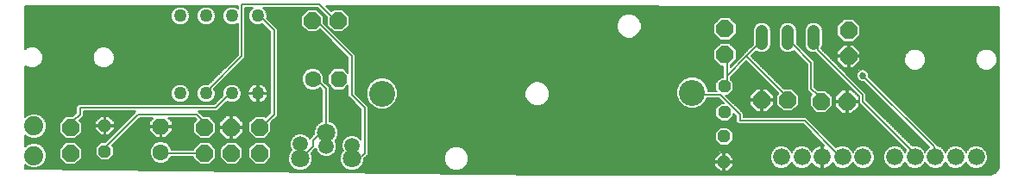
<source format=gbl>
G75*
%MOIN*%
%OFA0B0*%
%FSLAX25Y25*%
%IPPOS*%
%LPD*%
%AMOC8*
5,1,8,0,0,1.08239X$1,22.5*
%
%ADD10OC8,0.06300*%
%ADD11C,0.06300*%
%ADD12OC8,0.04800*%
%ADD13C,0.07400*%
%ADD14C,0.04800*%
%ADD15OC8,0.06600*%
%ADD16C,0.10050*%
%ADD17C,0.06600*%
%ADD18C,0.05000*%
%ADD19C,0.07087*%
%ADD20C,0.00600*%
%ADD21C,0.02700*%
%ADD22C,0.05906*%
D10*
X0069858Y0033835D03*
X0138559Y0052161D03*
D11*
X0128559Y0052161D03*
X0069858Y0023835D03*
D12*
X0048205Y0024169D03*
X0048205Y0034169D03*
X0287457Y0030016D03*
X0287693Y0039366D03*
X0287693Y0049366D03*
X0287457Y0020016D03*
D13*
X0020843Y0022583D03*
X0020843Y0033983D03*
D14*
X0302102Y0065864D02*
X0302102Y0070664D01*
X0312102Y0070664D02*
X0312102Y0065864D01*
X0322102Y0065864D02*
X0322102Y0070664D01*
D15*
X0335587Y0070980D03*
X0335587Y0060980D03*
X0334957Y0043480D03*
X0324957Y0043480D03*
X0312063Y0043992D03*
X0302063Y0043992D03*
X0287870Y0061610D03*
X0287870Y0071610D03*
X0138382Y0074740D03*
X0128382Y0074740D03*
X0108106Y0033500D03*
X0097102Y0033480D03*
X0086748Y0033382D03*
X0086748Y0023382D03*
X0097102Y0023480D03*
X0108106Y0023500D03*
X0034957Y0023382D03*
X0034957Y0033382D03*
D16*
X0155370Y0046512D03*
X0275213Y0046906D03*
D17*
X0309681Y0021945D03*
X0317555Y0021945D03*
X0325429Y0021945D03*
X0333303Y0021945D03*
X0341177Y0021945D03*
X0353402Y0021945D03*
X0361276Y0021945D03*
X0369150Y0021945D03*
X0377024Y0021945D03*
X0384898Y0021945D03*
D18*
X0107299Y0046610D03*
X0097299Y0046610D03*
X0087299Y0046610D03*
X0077299Y0046610D03*
X0077299Y0076610D03*
X0087299Y0076610D03*
X0097299Y0076610D03*
X0107299Y0076610D03*
D19*
X0133795Y0031374D03*
X0123795Y0021374D03*
X0143795Y0021374D03*
D20*
X0017496Y0019160D02*
X0017496Y0017437D01*
X0221828Y0015170D01*
X0389760Y0015064D01*
X0390588Y0015145D01*
X0392117Y0015779D01*
X0393288Y0016950D01*
X0393697Y0017937D01*
X0393697Y0079710D01*
X0393452Y0080193D01*
X0133665Y0080356D01*
X0135729Y0078292D01*
X0136565Y0079128D01*
X0140199Y0079128D01*
X0142769Y0076557D01*
X0142769Y0072923D01*
X0140199Y0070353D01*
X0136565Y0070353D01*
X0133994Y0072923D01*
X0133994Y0076102D01*
X0130484Y0079613D01*
X0109370Y0079613D01*
X0110340Y0078642D01*
X0110887Y0077324D01*
X0110887Y0075897D01*
X0110810Y0075711D01*
X0114134Y0072387D01*
X0114946Y0071575D01*
X0114946Y0037925D01*
X0112416Y0035395D01*
X0112494Y0035317D01*
X0112494Y0031683D01*
X0109924Y0029113D01*
X0106289Y0029113D01*
X0103719Y0031683D01*
X0103719Y0035317D01*
X0106289Y0037887D01*
X0109924Y0037887D01*
X0110454Y0037357D01*
X0112172Y0039075D01*
X0112172Y0070425D01*
X0109117Y0073480D01*
X0108013Y0073023D01*
X0106586Y0073023D01*
X0105267Y0073569D01*
X0104258Y0074578D01*
X0103712Y0075897D01*
X0103712Y0077324D01*
X0104258Y0078642D01*
X0105228Y0079613D01*
X0102446Y0079613D01*
X0102446Y0060425D01*
X0090435Y0048414D01*
X0090887Y0047324D01*
X0090887Y0045897D01*
X0090340Y0044578D01*
X0089331Y0043569D01*
X0088013Y0043023D01*
X0086586Y0043023D01*
X0085267Y0043569D01*
X0084258Y0044578D01*
X0083712Y0045897D01*
X0083712Y0047324D01*
X0084258Y0048642D01*
X0085267Y0049651D01*
X0086586Y0050198D01*
X0088013Y0050198D01*
X0088212Y0050115D01*
X0099672Y0061575D01*
X0099672Y0073909D01*
X0099331Y0073569D01*
X0098013Y0073023D01*
X0096586Y0073023D01*
X0095267Y0073569D01*
X0094258Y0074578D01*
X0093712Y0075897D01*
X0093712Y0077324D01*
X0094258Y0078642D01*
X0095267Y0079651D01*
X0096586Y0080198D01*
X0098013Y0080198D01*
X0099331Y0079651D01*
X0099672Y0079311D01*
X0099672Y0080378D01*
X0017496Y0080429D01*
X0017496Y0063678D01*
X0017816Y0063997D01*
X0019345Y0064631D01*
X0021001Y0064631D01*
X0022531Y0063997D01*
X0023702Y0062826D01*
X0024335Y0061296D01*
X0024335Y0059641D01*
X0023702Y0058111D01*
X0022531Y0056940D01*
X0021001Y0056306D01*
X0019345Y0056306D01*
X0017816Y0056940D01*
X0017496Y0057259D01*
X0017496Y0037407D01*
X0018131Y0038042D01*
X0019890Y0038771D01*
X0021795Y0038771D01*
X0023554Y0038042D01*
X0024901Y0036695D01*
X0025630Y0034936D01*
X0025630Y0033031D01*
X0024901Y0031272D01*
X0023554Y0029925D01*
X0021795Y0029196D01*
X0019890Y0029196D01*
X0018131Y0029925D01*
X0017496Y0030560D01*
X0017496Y0026007D01*
X0018131Y0026642D01*
X0019890Y0027371D01*
X0021795Y0027371D01*
X0023554Y0026642D01*
X0024901Y0025295D01*
X0025630Y0023536D01*
X0025630Y0021631D01*
X0024901Y0019872D01*
X0023554Y0018525D01*
X0021795Y0017796D01*
X0019890Y0017796D01*
X0018131Y0018525D01*
X0017496Y0019160D01*
X0017496Y0018887D02*
X0017769Y0018887D01*
X0017496Y0018288D02*
X0018702Y0018288D01*
X0017496Y0017690D02*
X0120931Y0017690D01*
X0121172Y0017448D02*
X0122874Y0016743D01*
X0124716Y0016743D01*
X0126418Y0017448D01*
X0127721Y0018751D01*
X0128426Y0020453D01*
X0128426Y0022295D01*
X0127954Y0023433D01*
X0129134Y0024613D01*
X0129795Y0025274D01*
X0130410Y0023790D01*
X0131546Y0022654D01*
X0133031Y0022039D01*
X0134638Y0022039D01*
X0136123Y0022654D01*
X0137260Y0023790D01*
X0137875Y0025275D01*
X0137875Y0026882D01*
X0137282Y0028312D01*
X0137721Y0028751D01*
X0138426Y0030453D01*
X0138426Y0032295D01*
X0137721Y0033997D01*
X0136418Y0035300D01*
X0134946Y0035909D01*
X0134946Y0049075D01*
X0132769Y0051252D01*
X0132796Y0051319D01*
X0132796Y0053004D01*
X0132151Y0054562D01*
X0130959Y0055754D01*
X0129402Y0056399D01*
X0127716Y0056399D01*
X0126159Y0055754D01*
X0124967Y0054562D01*
X0124322Y0053004D01*
X0124322Y0051319D01*
X0124967Y0049761D01*
X0126159Y0048569D01*
X0127716Y0047924D01*
X0129402Y0047924D01*
X0130959Y0048569D01*
X0131244Y0048853D01*
X0132172Y0047925D01*
X0132172Y0035714D01*
X0131172Y0035300D01*
X0129870Y0033997D01*
X0129165Y0032295D01*
X0129165Y0031068D01*
X0127281Y0029184D01*
X0127220Y0029332D01*
X0126084Y0030468D01*
X0124599Y0031083D01*
X0122992Y0031083D01*
X0121507Y0030468D01*
X0120370Y0029332D01*
X0119755Y0027847D01*
X0119755Y0026240D01*
X0120370Y0024755D01*
X0120499Y0024626D01*
X0119870Y0023997D01*
X0119165Y0022295D01*
X0119165Y0020453D01*
X0119870Y0018751D01*
X0121172Y0017448D01*
X0122035Y0017091D02*
X0048681Y0017091D01*
X0049649Y0020682D02*
X0046760Y0020682D01*
X0038462Y0020682D01*
X0039060Y0021281D02*
X0046161Y0021281D01*
X0045563Y0021879D02*
X0039344Y0021879D01*
X0039344Y0021565D02*
X0036774Y0018994D01*
X0033139Y0018994D01*
X0030569Y0021565D01*
X0030569Y0025199D01*
X0033139Y0027769D01*
X0036774Y0027769D01*
X0039344Y0025199D01*
X0039344Y0021565D01*
X0039344Y0022478D02*
X0044964Y0022478D01*
X0044717Y0022725D02*
X0046760Y0020682D01*
X0044717Y0022725D02*
X0044717Y0025614D01*
X0046760Y0027657D01*
X0048254Y0027657D01*
X0059672Y0039075D01*
X0060210Y0039613D01*
X0039946Y0039613D01*
X0039946Y0037925D01*
X0038282Y0036261D01*
X0039344Y0035199D01*
X0039344Y0031565D01*
X0036774Y0028994D01*
X0033139Y0028994D01*
X0030569Y0031565D01*
X0030569Y0035199D01*
X0033139Y0037769D01*
X0035866Y0037769D01*
X0037172Y0039075D01*
X0037172Y0041575D01*
X0037984Y0042387D01*
X0090484Y0042387D01*
X0093794Y0045697D01*
X0093712Y0045897D01*
X0093712Y0047324D01*
X0094258Y0048642D01*
X0095267Y0049651D01*
X0096586Y0050198D01*
X0098013Y0050198D01*
X0099331Y0049651D01*
X0100340Y0048642D01*
X0100887Y0047324D01*
X0100887Y0045897D01*
X0100340Y0044578D01*
X0099331Y0043569D01*
X0098013Y0043023D01*
X0096586Y0043023D01*
X0095496Y0043474D01*
X0092446Y0040425D01*
X0091634Y0039613D01*
X0084409Y0039613D01*
X0084946Y0039075D01*
X0084946Y0039075D01*
X0086252Y0037769D01*
X0088565Y0037769D01*
X0091135Y0035199D01*
X0091135Y0031565D01*
X0088565Y0028994D01*
X0084931Y0028994D01*
X0082361Y0031565D01*
X0082361Y0035199D01*
X0083629Y0036468D01*
X0082984Y0037113D01*
X0072874Y0037113D01*
X0074308Y0035678D01*
X0074308Y0034135D01*
X0070158Y0034135D01*
X0070158Y0033535D01*
X0074308Y0033535D01*
X0074308Y0031991D01*
X0071702Y0029385D01*
X0070158Y0029385D01*
X0070158Y0033535D01*
X0069558Y0033535D01*
X0065408Y0033535D01*
X0065408Y0031991D01*
X0068015Y0029385D01*
X0069558Y0029385D01*
X0069558Y0033535D01*
X0069558Y0034135D01*
X0065408Y0034135D01*
X0065408Y0035678D01*
X0066843Y0037113D01*
X0061634Y0037113D01*
X0050914Y0026392D01*
X0051692Y0025614D01*
X0051692Y0022725D01*
X0049649Y0020682D01*
X0067018Y0020682D01*
X0067458Y0020242D02*
X0066266Y0021434D01*
X0065621Y0022992D01*
X0065621Y0024678D01*
X0066266Y0026235D01*
X0067458Y0027427D01*
X0069015Y0028072D01*
X0070701Y0028072D01*
X0072259Y0027427D01*
X0073451Y0026235D01*
X0074009Y0024887D01*
X0082361Y0024887D01*
X0082361Y0025199D01*
X0084931Y0027769D01*
X0088565Y0027769D01*
X0091135Y0025199D01*
X0091135Y0021565D01*
X0088565Y0018994D01*
X0084931Y0018994D01*
X0082361Y0021565D01*
X0082361Y0022113D01*
X0073731Y0022113D01*
X0073451Y0021434D01*
X0072259Y0020242D01*
X0070701Y0019597D01*
X0069015Y0019597D01*
X0067458Y0020242D01*
X0067841Y0020084D02*
X0037863Y0020084D01*
X0037265Y0019485D02*
X0084440Y0019485D01*
X0083842Y0020084D02*
X0071875Y0020084D01*
X0072698Y0020682D02*
X0083243Y0020682D01*
X0082645Y0021281D02*
X0073297Y0021281D01*
X0073635Y0021879D02*
X0082361Y0021879D01*
X0086059Y0023500D02*
X0086748Y0023382D01*
X0086059Y0023500D02*
X0071059Y0023500D01*
X0069858Y0023835D01*
X0065949Y0025470D02*
X0051692Y0025470D01*
X0051692Y0024872D02*
X0065701Y0024872D01*
X0065621Y0024273D02*
X0051692Y0024273D01*
X0051692Y0023675D02*
X0065621Y0023675D01*
X0065621Y0023076D02*
X0051692Y0023076D01*
X0051445Y0022478D02*
X0065834Y0022478D01*
X0066082Y0021879D02*
X0050847Y0021879D01*
X0050248Y0021281D02*
X0066420Y0021281D01*
X0073767Y0025470D02*
X0082632Y0025470D01*
X0083230Y0026069D02*
X0073519Y0026069D01*
X0073018Y0026667D02*
X0083829Y0026667D01*
X0084427Y0027266D02*
X0072420Y0027266D01*
X0071203Y0027864D02*
X0095282Y0027864D01*
X0095285Y0027868D02*
X0092715Y0025298D01*
X0092715Y0021663D01*
X0095285Y0019093D01*
X0098920Y0019093D01*
X0101490Y0021663D01*
X0101490Y0025298D01*
X0098920Y0027868D01*
X0095285Y0027868D01*
X0094683Y0027266D02*
X0089069Y0027266D01*
X0089667Y0026667D02*
X0094085Y0026667D01*
X0093486Y0026069D02*
X0090266Y0026069D01*
X0090864Y0025470D02*
X0092888Y0025470D01*
X0092715Y0024872D02*
X0091135Y0024872D01*
X0091135Y0024273D02*
X0092715Y0024273D01*
X0092715Y0023675D02*
X0091135Y0023675D01*
X0091135Y0023076D02*
X0092715Y0023076D01*
X0092715Y0022478D02*
X0091135Y0022478D01*
X0091135Y0021879D02*
X0092715Y0021879D01*
X0093097Y0021281D02*
X0090852Y0021281D01*
X0090253Y0020682D02*
X0093696Y0020682D01*
X0094294Y0020084D02*
X0089654Y0020084D01*
X0089056Y0019485D02*
X0094893Y0019485D01*
X0099312Y0019485D02*
X0105916Y0019485D01*
X0106289Y0019113D02*
X0109924Y0019113D01*
X0112494Y0021683D01*
X0112494Y0025317D01*
X0109924Y0027887D01*
X0106289Y0027887D01*
X0103719Y0025317D01*
X0103719Y0021683D01*
X0106289Y0019113D01*
X0105318Y0020084D02*
X0099910Y0020084D01*
X0100509Y0020682D02*
X0104719Y0020682D01*
X0104121Y0021281D02*
X0101107Y0021281D01*
X0101490Y0021879D02*
X0103719Y0021879D01*
X0103719Y0022478D02*
X0101490Y0022478D01*
X0101490Y0023076D02*
X0103719Y0023076D01*
X0103719Y0023675D02*
X0101490Y0023675D01*
X0101490Y0024273D02*
X0103719Y0024273D01*
X0103719Y0024872D02*
X0101490Y0024872D01*
X0101317Y0025470D02*
X0103872Y0025470D01*
X0104470Y0026069D02*
X0100719Y0026069D01*
X0100120Y0026667D02*
X0105069Y0026667D01*
X0105667Y0027266D02*
X0099522Y0027266D01*
X0098923Y0027864D02*
X0106266Y0027864D01*
X0105742Y0029660D02*
X0099787Y0029660D01*
X0099189Y0029061D02*
X0120258Y0029061D01*
X0120010Y0028463D02*
X0052984Y0028463D01*
X0053582Y0029061D02*
X0084864Y0029061D01*
X0084265Y0029660D02*
X0071977Y0029660D01*
X0072575Y0030258D02*
X0083667Y0030258D01*
X0083068Y0030857D02*
X0073174Y0030857D01*
X0073772Y0031455D02*
X0082470Y0031455D01*
X0082361Y0032054D02*
X0074308Y0032054D01*
X0074308Y0032652D02*
X0082361Y0032652D01*
X0082361Y0033251D02*
X0074308Y0033251D01*
X0074308Y0034448D02*
X0082361Y0034448D01*
X0082361Y0035046D02*
X0074308Y0035046D01*
X0074308Y0035645D02*
X0082806Y0035645D01*
X0083405Y0036243D02*
X0073743Y0036243D01*
X0073144Y0036842D02*
X0083255Y0036842D01*
X0083559Y0038500D02*
X0086059Y0036000D01*
X0086059Y0033500D01*
X0086748Y0033382D01*
X0091135Y0033251D02*
X0096802Y0033251D01*
X0096802Y0033180D02*
X0092502Y0033180D01*
X0092502Y0031575D01*
X0095197Y0028880D01*
X0096802Y0028880D01*
X0096802Y0033180D01*
X0096802Y0033780D01*
X0092502Y0033780D01*
X0092502Y0035386D01*
X0095197Y0038080D01*
X0096802Y0038080D01*
X0096802Y0033780D01*
X0097402Y0033780D01*
X0097402Y0038080D01*
X0099008Y0038080D01*
X0101702Y0035386D01*
X0101702Y0033780D01*
X0097402Y0033780D01*
X0097402Y0033180D01*
X0097402Y0028880D01*
X0099008Y0028880D01*
X0101702Y0031575D01*
X0101702Y0033180D01*
X0097402Y0033180D01*
X0096802Y0033180D01*
X0096802Y0032652D02*
X0097402Y0032652D01*
X0097402Y0032054D02*
X0096802Y0032054D01*
X0096802Y0031455D02*
X0097402Y0031455D01*
X0097402Y0030857D02*
X0096802Y0030857D01*
X0096802Y0030258D02*
X0097402Y0030258D01*
X0097402Y0029660D02*
X0096802Y0029660D01*
X0096802Y0029061D02*
X0097402Y0029061D01*
X0095016Y0029061D02*
X0088632Y0029061D01*
X0089231Y0029660D02*
X0094417Y0029660D01*
X0093819Y0030258D02*
X0089829Y0030258D01*
X0090428Y0030857D02*
X0093220Y0030857D01*
X0092622Y0031455D02*
X0091026Y0031455D01*
X0091135Y0032054D02*
X0092502Y0032054D01*
X0092502Y0032652D02*
X0091135Y0032652D01*
X0091135Y0033849D02*
X0092502Y0033849D01*
X0092502Y0034448D02*
X0091135Y0034448D01*
X0091135Y0035046D02*
X0092502Y0035046D01*
X0092762Y0035645D02*
X0090690Y0035645D01*
X0090091Y0036243D02*
X0093360Y0036243D01*
X0093959Y0036842D02*
X0089493Y0036842D01*
X0088894Y0037440D02*
X0094557Y0037440D01*
X0095156Y0038039D02*
X0085982Y0038039D01*
X0085384Y0038637D02*
X0111734Y0038637D01*
X0112172Y0039236D02*
X0084785Y0039236D01*
X0083559Y0038500D02*
X0061059Y0038500D01*
X0048559Y0026000D01*
X0048205Y0024169D01*
X0045771Y0026667D02*
X0037876Y0026667D01*
X0038475Y0026069D02*
X0045172Y0026069D01*
X0044717Y0025470D02*
X0039073Y0025470D01*
X0039344Y0024872D02*
X0044717Y0024872D01*
X0044717Y0024273D02*
X0039344Y0024273D01*
X0039344Y0023675D02*
X0044717Y0023675D01*
X0044717Y0023076D02*
X0039344Y0023076D01*
X0037278Y0027266D02*
X0046369Y0027266D01*
X0048461Y0027864D02*
X0017496Y0027864D01*
X0017496Y0027266D02*
X0019637Y0027266D01*
X0018192Y0026667D02*
X0017496Y0026667D01*
X0017496Y0026069D02*
X0017557Y0026069D01*
X0017496Y0028463D02*
X0049060Y0028463D01*
X0049658Y0029061D02*
X0036841Y0029061D01*
X0037439Y0029660D02*
X0050257Y0029660D01*
X0050855Y0030258D02*
X0038038Y0030258D01*
X0038636Y0030857D02*
X0046285Y0030857D01*
X0046672Y0030469D02*
X0044505Y0032637D01*
X0044505Y0033869D01*
X0047905Y0033869D01*
X0048505Y0033869D01*
X0048505Y0034469D01*
X0051905Y0034469D01*
X0051905Y0035702D01*
X0049737Y0037869D01*
X0048505Y0037869D01*
X0048505Y0034469D01*
X0047905Y0034469D01*
X0047905Y0033869D01*
X0047905Y0030469D01*
X0046672Y0030469D01*
X0047905Y0030857D02*
X0048505Y0030857D01*
X0048505Y0030469D02*
X0049737Y0030469D01*
X0051905Y0032637D01*
X0051905Y0033869D01*
X0048505Y0033869D01*
X0048505Y0030469D01*
X0048505Y0031455D02*
X0047905Y0031455D01*
X0047905Y0032054D02*
X0048505Y0032054D01*
X0048505Y0032652D02*
X0047905Y0032652D01*
X0047905Y0033251D02*
X0048505Y0033251D01*
X0048505Y0033849D02*
X0047905Y0033849D01*
X0047905Y0034448D02*
X0039344Y0034448D01*
X0039344Y0035046D02*
X0044505Y0035046D01*
X0044505Y0034469D02*
X0047905Y0034469D01*
X0047905Y0037869D01*
X0046672Y0037869D01*
X0044505Y0035702D01*
X0044505Y0034469D01*
X0044505Y0033849D02*
X0039344Y0033849D01*
X0039344Y0033251D02*
X0044505Y0033251D01*
X0044505Y0032652D02*
X0039344Y0032652D01*
X0039344Y0032054D02*
X0045088Y0032054D01*
X0045686Y0031455D02*
X0039235Y0031455D01*
X0033073Y0029061D02*
X0017496Y0029061D01*
X0017496Y0029660D02*
X0018771Y0029660D01*
X0017797Y0030258D02*
X0017496Y0030258D01*
X0022914Y0029660D02*
X0032474Y0029660D01*
X0031876Y0030258D02*
X0023888Y0030258D01*
X0024486Y0030857D02*
X0031277Y0030857D01*
X0030679Y0031455D02*
X0024977Y0031455D01*
X0025225Y0032054D02*
X0030569Y0032054D01*
X0030569Y0032652D02*
X0025473Y0032652D01*
X0025630Y0033251D02*
X0030569Y0033251D01*
X0030569Y0033849D02*
X0025630Y0033849D01*
X0025630Y0034448D02*
X0030569Y0034448D01*
X0030569Y0035046D02*
X0025584Y0035046D01*
X0025336Y0035645D02*
X0031015Y0035645D01*
X0031614Y0036243D02*
X0025088Y0036243D01*
X0024754Y0036842D02*
X0032212Y0036842D01*
X0032811Y0037440D02*
X0024156Y0037440D01*
X0023557Y0038039D02*
X0036136Y0038039D01*
X0036734Y0038637D02*
X0022117Y0038637D01*
X0019568Y0038637D02*
X0017496Y0038637D01*
X0017496Y0038039D02*
X0018128Y0038039D01*
X0017529Y0037440D02*
X0017496Y0037440D01*
X0017496Y0039236D02*
X0037172Y0039236D01*
X0037172Y0039834D02*
X0017496Y0039834D01*
X0017496Y0040433D02*
X0037172Y0040433D01*
X0037172Y0041032D02*
X0017496Y0041032D01*
X0017496Y0041630D02*
X0037227Y0041630D01*
X0037826Y0042229D02*
X0017496Y0042229D01*
X0017496Y0042827D02*
X0090924Y0042827D01*
X0091523Y0043426D02*
X0088985Y0043426D01*
X0089786Y0044024D02*
X0092121Y0044024D01*
X0092720Y0044623D02*
X0090359Y0044623D01*
X0090607Y0045221D02*
X0093318Y0045221D01*
X0093744Y0045820D02*
X0090855Y0045820D01*
X0090887Y0046418D02*
X0093712Y0046418D01*
X0093712Y0047017D02*
X0090887Y0047017D01*
X0090766Y0047615D02*
X0093832Y0047615D01*
X0094080Y0048214D02*
X0090518Y0048214D01*
X0090833Y0048812D02*
X0094428Y0048812D01*
X0095026Y0049411D02*
X0091432Y0049411D01*
X0092030Y0050009D02*
X0096131Y0050009D01*
X0098468Y0050009D02*
X0105575Y0050009D01*
X0105499Y0049978D02*
X0104877Y0049562D01*
X0104348Y0049033D01*
X0103932Y0048410D01*
X0103645Y0047719D01*
X0103499Y0046984D01*
X0103499Y0046910D01*
X0106999Y0046910D01*
X0106999Y0046310D01*
X0103499Y0046310D01*
X0103499Y0046236D01*
X0103645Y0045502D01*
X0103932Y0044810D01*
X0104348Y0044188D01*
X0104877Y0043659D01*
X0105499Y0043243D01*
X0106191Y0042956D01*
X0106925Y0042810D01*
X0106999Y0042810D01*
X0106999Y0046310D01*
X0107599Y0046310D01*
X0107599Y0042810D01*
X0107673Y0042810D01*
X0108408Y0042956D01*
X0109099Y0043243D01*
X0109722Y0043659D01*
X0110251Y0044188D01*
X0110667Y0044810D01*
X0110953Y0045502D01*
X0111099Y0046236D01*
X0111099Y0046310D01*
X0107599Y0046310D01*
X0107599Y0046910D01*
X0106999Y0046910D01*
X0106999Y0050410D01*
X0106925Y0050410D01*
X0106191Y0050264D01*
X0105499Y0049978D01*
X0104726Y0049411D02*
X0099572Y0049411D01*
X0100171Y0048812D02*
X0104200Y0048812D01*
X0103850Y0048214D02*
X0100518Y0048214D01*
X0100766Y0047615D02*
X0103625Y0047615D01*
X0103506Y0047017D02*
X0100887Y0047017D01*
X0100887Y0046418D02*
X0106999Y0046418D01*
X0106999Y0045820D02*
X0107599Y0045820D01*
X0107599Y0046418D02*
X0112172Y0046418D01*
X0112172Y0045820D02*
X0111016Y0045820D01*
X0110837Y0045221D02*
X0112172Y0045221D01*
X0112172Y0044623D02*
X0110541Y0044623D01*
X0110087Y0044024D02*
X0112172Y0044024D01*
X0112172Y0043426D02*
X0109373Y0043426D01*
X0107758Y0042827D02*
X0112172Y0042827D01*
X0112172Y0042229D02*
X0094250Y0042229D01*
X0094848Y0042827D02*
X0106840Y0042827D01*
X0106999Y0042827D02*
X0107599Y0042827D01*
X0107599Y0043426D02*
X0106999Y0043426D01*
X0106999Y0044024D02*
X0107599Y0044024D01*
X0107599Y0044623D02*
X0106999Y0044623D01*
X0106999Y0045221D02*
X0107599Y0045221D01*
X0107599Y0046910D02*
X0111099Y0046910D01*
X0111099Y0046984D01*
X0110953Y0047719D01*
X0110667Y0048410D01*
X0110251Y0049033D01*
X0109722Y0049562D01*
X0109099Y0049978D01*
X0108408Y0050264D01*
X0107673Y0050410D01*
X0107599Y0050410D01*
X0107599Y0046910D01*
X0107599Y0047017D02*
X0106999Y0047017D01*
X0106999Y0047615D02*
X0107599Y0047615D01*
X0107599Y0048214D02*
X0106999Y0048214D01*
X0106999Y0048812D02*
X0107599Y0048812D01*
X0107599Y0049411D02*
X0106999Y0049411D01*
X0106999Y0050009D02*
X0107599Y0050009D01*
X0109023Y0050009D02*
X0112172Y0050009D01*
X0112172Y0049411D02*
X0109873Y0049411D01*
X0110398Y0048812D02*
X0112172Y0048812D01*
X0112172Y0048214D02*
X0110748Y0048214D01*
X0110974Y0047615D02*
X0112172Y0047615D01*
X0112172Y0047017D02*
X0111093Y0047017D01*
X0114946Y0047017D02*
X0132172Y0047017D01*
X0132172Y0047615D02*
X0114946Y0047615D01*
X0114946Y0048214D02*
X0127017Y0048214D01*
X0125916Y0048812D02*
X0114946Y0048812D01*
X0114946Y0049411D02*
X0125317Y0049411D01*
X0124864Y0050009D02*
X0114946Y0050009D01*
X0114946Y0050608D02*
X0124616Y0050608D01*
X0124368Y0051206D02*
X0114946Y0051206D01*
X0114946Y0051805D02*
X0124322Y0051805D01*
X0124322Y0052403D02*
X0114946Y0052403D01*
X0114946Y0053002D02*
X0124322Y0053002D01*
X0124569Y0053600D02*
X0114946Y0053600D01*
X0114946Y0054199D02*
X0124816Y0054199D01*
X0125202Y0054797D02*
X0114946Y0054797D01*
X0114946Y0055396D02*
X0125801Y0055396D01*
X0126740Y0055994D02*
X0114946Y0055994D01*
X0114946Y0056593D02*
X0142172Y0056593D01*
X0142172Y0057191D02*
X0114946Y0057191D01*
X0114946Y0057790D02*
X0142172Y0057790D01*
X0142172Y0058388D02*
X0114946Y0058388D01*
X0114946Y0058987D02*
X0142172Y0058987D01*
X0142172Y0059585D02*
X0114946Y0059585D01*
X0114946Y0060184D02*
X0142172Y0060184D01*
X0142172Y0060425D02*
X0142172Y0054541D01*
X0140314Y0056399D01*
X0136804Y0056399D01*
X0134322Y0053917D01*
X0134322Y0050406D01*
X0136804Y0047924D01*
X0140314Y0047924D01*
X0142172Y0049781D01*
X0142172Y0045425D01*
X0142984Y0044613D01*
X0147172Y0040425D01*
X0147172Y0028736D01*
X0147161Y0028761D01*
X0146025Y0029898D01*
X0144540Y0030513D01*
X0142933Y0030513D01*
X0141448Y0029898D01*
X0140311Y0028761D01*
X0139696Y0027276D01*
X0139696Y0025669D01*
X0140237Y0024364D01*
X0139870Y0023997D01*
X0139165Y0022295D01*
X0139165Y0020453D01*
X0139870Y0018751D01*
X0141172Y0017448D01*
X0142874Y0016743D01*
X0144716Y0016743D01*
X0146418Y0017448D01*
X0147721Y0018751D01*
X0148426Y0020453D01*
X0148426Y0021405D01*
X0149134Y0022113D01*
X0149946Y0022925D01*
X0149946Y0041575D01*
X0144946Y0046575D01*
X0144946Y0061575D01*
X0132769Y0073752D01*
X0132769Y0076557D01*
X0130199Y0079128D01*
X0126565Y0079128D01*
X0123994Y0076557D01*
X0123994Y0072923D01*
X0126565Y0070353D01*
X0130199Y0070353D01*
X0131222Y0071375D01*
X0142172Y0060425D01*
X0141815Y0060782D02*
X0114946Y0060782D01*
X0114946Y0061381D02*
X0141216Y0061381D01*
X0140618Y0061979D02*
X0114946Y0061979D01*
X0114946Y0062578D02*
X0140019Y0062578D01*
X0139421Y0063176D02*
X0114946Y0063176D01*
X0114946Y0063775D02*
X0138822Y0063775D01*
X0138223Y0064373D02*
X0114946Y0064373D01*
X0114946Y0064972D02*
X0137625Y0064972D01*
X0137026Y0065570D02*
X0114946Y0065570D01*
X0114946Y0066169D02*
X0136428Y0066169D01*
X0135829Y0066768D02*
X0114946Y0066768D01*
X0114946Y0067366D02*
X0135231Y0067366D01*
X0134632Y0067965D02*
X0114946Y0067965D01*
X0114946Y0068563D02*
X0134034Y0068563D01*
X0133435Y0069162D02*
X0114946Y0069162D01*
X0114946Y0069760D02*
X0132837Y0069760D01*
X0132238Y0070359D02*
X0130205Y0070359D01*
X0130804Y0070957D02*
X0131640Y0070957D01*
X0133769Y0072753D02*
X0134165Y0072753D01*
X0133994Y0073351D02*
X0133170Y0073351D01*
X0132769Y0073950D02*
X0133994Y0073950D01*
X0133994Y0074548D02*
X0132769Y0074548D01*
X0132769Y0075147D02*
X0133994Y0075147D01*
X0133994Y0075745D02*
X0132769Y0075745D01*
X0132769Y0076344D02*
X0133753Y0076344D01*
X0133155Y0076942D02*
X0132385Y0076942D01*
X0132556Y0077541D02*
X0131786Y0077541D01*
X0131958Y0078139D02*
X0131188Y0078139D01*
X0131359Y0078738D02*
X0130589Y0078738D01*
X0130761Y0079336D02*
X0109647Y0079336D01*
X0110245Y0078738D02*
X0126175Y0078738D01*
X0125576Y0078139D02*
X0110549Y0078139D01*
X0110797Y0077541D02*
X0124978Y0077541D01*
X0124379Y0076942D02*
X0110887Y0076942D01*
X0110887Y0076344D02*
X0123994Y0076344D01*
X0123994Y0075745D02*
X0110824Y0075745D01*
X0111374Y0075147D02*
X0123994Y0075147D01*
X0123994Y0074548D02*
X0111973Y0074548D01*
X0112571Y0073950D02*
X0123994Y0073950D01*
X0123994Y0073351D02*
X0113170Y0073351D01*
X0113769Y0072753D02*
X0124165Y0072753D01*
X0124763Y0072154D02*
X0114367Y0072154D01*
X0114946Y0071556D02*
X0125362Y0071556D01*
X0125960Y0070957D02*
X0114946Y0070957D01*
X0114946Y0070359D02*
X0126559Y0070359D01*
X0128382Y0074740D02*
X0128559Y0076000D01*
X0143559Y0061000D01*
X0143559Y0046000D01*
X0148559Y0041000D01*
X0148559Y0023500D01*
X0146059Y0021000D01*
X0143795Y0021374D01*
X0139488Y0023076D02*
X0136546Y0023076D01*
X0137144Y0023675D02*
X0139736Y0023675D01*
X0140146Y0024273D02*
X0137460Y0024273D01*
X0137708Y0024872D02*
X0140026Y0024872D01*
X0139778Y0025470D02*
X0137875Y0025470D01*
X0137875Y0026069D02*
X0139696Y0026069D01*
X0139696Y0026667D02*
X0137875Y0026667D01*
X0137716Y0027266D02*
X0139696Y0027266D01*
X0139940Y0027864D02*
X0137468Y0027864D01*
X0137433Y0028463D02*
X0140188Y0028463D01*
X0140611Y0029061D02*
X0137850Y0029061D01*
X0138097Y0029660D02*
X0141210Y0029660D01*
X0142319Y0030258D02*
X0138345Y0030258D01*
X0138426Y0030857D02*
X0147172Y0030857D01*
X0147172Y0031455D02*
X0138426Y0031455D01*
X0138426Y0032054D02*
X0147172Y0032054D01*
X0147172Y0032652D02*
X0138278Y0032652D01*
X0138030Y0033251D02*
X0147172Y0033251D01*
X0147172Y0033849D02*
X0137782Y0033849D01*
X0137270Y0034448D02*
X0147172Y0034448D01*
X0147172Y0035046D02*
X0136672Y0035046D01*
X0135585Y0035645D02*
X0147172Y0035645D01*
X0147172Y0036243D02*
X0134946Y0036243D01*
X0134946Y0036842D02*
X0147172Y0036842D01*
X0147172Y0037440D02*
X0134946Y0037440D01*
X0134946Y0038039D02*
X0147172Y0038039D01*
X0147172Y0038637D02*
X0134946Y0038637D01*
X0134946Y0039236D02*
X0147172Y0039236D01*
X0147172Y0039834D02*
X0134946Y0039834D01*
X0134946Y0040433D02*
X0147164Y0040433D01*
X0146565Y0041032D02*
X0134946Y0041032D01*
X0134946Y0041630D02*
X0145967Y0041630D01*
X0145368Y0042229D02*
X0134946Y0042229D01*
X0134946Y0042827D02*
X0144770Y0042827D01*
X0144171Y0043426D02*
X0134946Y0043426D01*
X0134946Y0044024D02*
X0143573Y0044024D01*
X0142974Y0044623D02*
X0134946Y0044623D01*
X0134946Y0045221D02*
X0142376Y0045221D01*
X0142172Y0045820D02*
X0134946Y0045820D01*
X0134946Y0046418D02*
X0142172Y0046418D01*
X0142172Y0047017D02*
X0134946Y0047017D01*
X0134946Y0047615D02*
X0142172Y0047615D01*
X0142172Y0048214D02*
X0140604Y0048214D01*
X0141202Y0048812D02*
X0142172Y0048812D01*
X0142172Y0049411D02*
X0141801Y0049411D01*
X0144946Y0049411D02*
X0149955Y0049411D01*
X0150188Y0049974D02*
X0149258Y0047728D01*
X0149258Y0045296D01*
X0150188Y0043049D01*
X0151908Y0041330D01*
X0154154Y0040399D01*
X0156586Y0040399D01*
X0158832Y0041330D01*
X0160552Y0043049D01*
X0161482Y0045296D01*
X0161482Y0047728D01*
X0160552Y0049974D01*
X0158832Y0051694D01*
X0156586Y0052624D01*
X0154154Y0052624D01*
X0151908Y0051694D01*
X0150188Y0049974D01*
X0150223Y0050009D02*
X0144946Y0050009D01*
X0144946Y0050608D02*
X0150822Y0050608D01*
X0151420Y0051206D02*
X0144946Y0051206D01*
X0144946Y0051805D02*
X0152176Y0051805D01*
X0153621Y0052403D02*
X0144946Y0052403D01*
X0144946Y0053002D02*
X0273958Y0053002D01*
X0273997Y0053018D02*
X0271750Y0052087D01*
X0270031Y0050368D01*
X0269100Y0048121D01*
X0269100Y0045690D01*
X0270031Y0043443D01*
X0271750Y0041724D01*
X0273997Y0040793D01*
X0276428Y0040793D01*
X0278675Y0041724D01*
X0280394Y0043443D01*
X0280879Y0044613D01*
X0285484Y0044613D01*
X0287243Y0042854D01*
X0286248Y0042854D01*
X0284206Y0040811D01*
X0284206Y0037922D01*
X0286248Y0035879D01*
X0289137Y0035879D01*
X0291180Y0037922D01*
X0291180Y0038917D01*
X0292172Y0037925D01*
X0292172Y0035425D01*
X0292984Y0034613D01*
X0317984Y0034613D01*
X0326101Y0026496D01*
X0325791Y0026545D01*
X0325729Y0026545D01*
X0325729Y0022245D01*
X0325129Y0022245D01*
X0325129Y0026545D01*
X0325067Y0026545D01*
X0324352Y0026432D01*
X0323663Y0026208D01*
X0323018Y0025879D01*
X0322432Y0025454D01*
X0321920Y0024942D01*
X0321495Y0024356D01*
X0321390Y0024151D01*
X0321275Y0024430D01*
X0320040Y0025664D01*
X0318428Y0026332D01*
X0316682Y0026332D01*
X0315070Y0025664D01*
X0313836Y0024430D01*
X0313618Y0023905D01*
X0313401Y0024430D01*
X0312166Y0025664D01*
X0310554Y0026332D01*
X0308808Y0026332D01*
X0307196Y0025664D01*
X0305962Y0024430D01*
X0305294Y0022818D01*
X0305294Y0021072D01*
X0305962Y0019460D01*
X0307196Y0018225D01*
X0308808Y0017557D01*
X0310554Y0017557D01*
X0312166Y0018225D01*
X0313401Y0019460D01*
X0313618Y0019985D01*
X0313836Y0019460D01*
X0315070Y0018225D01*
X0316682Y0017557D01*
X0318428Y0017557D01*
X0320040Y0018225D01*
X0321275Y0019460D01*
X0321390Y0019739D01*
X0321495Y0019534D01*
X0321920Y0018948D01*
X0322432Y0018436D01*
X0323018Y0018011D01*
X0323663Y0017682D01*
X0324352Y0017458D01*
X0325067Y0017345D01*
X0325129Y0017345D01*
X0325129Y0021645D01*
X0325729Y0021645D01*
X0325729Y0017345D01*
X0325791Y0017345D01*
X0326506Y0017458D01*
X0327195Y0017682D01*
X0327840Y0018011D01*
X0328426Y0018436D01*
X0328938Y0018948D01*
X0329363Y0019534D01*
X0329468Y0019739D01*
X0329584Y0019460D01*
X0330818Y0018225D01*
X0332430Y0017557D01*
X0334176Y0017557D01*
X0335788Y0018225D01*
X0337023Y0019460D01*
X0337240Y0019985D01*
X0337458Y0019460D01*
X0338692Y0018225D01*
X0340304Y0017557D01*
X0342050Y0017557D01*
X0343662Y0018225D01*
X0344897Y0019460D01*
X0345565Y0021072D01*
X0345565Y0022818D01*
X0344897Y0024430D01*
X0343662Y0025664D01*
X0342050Y0026332D01*
X0340304Y0026332D01*
X0338692Y0025664D01*
X0337458Y0024430D01*
X0337240Y0023905D01*
X0337023Y0024430D01*
X0335788Y0025664D01*
X0334176Y0026332D01*
X0332430Y0026332D01*
X0330845Y0025676D01*
X0319946Y0036575D01*
X0319134Y0037387D01*
X0294946Y0037387D01*
X0294946Y0039075D01*
X0288142Y0045879D01*
X0289137Y0045879D01*
X0291180Y0047922D01*
X0291180Y0050811D01*
X0289946Y0052045D01*
X0289946Y0052925D01*
X0296059Y0059038D01*
X0308482Y0046615D01*
X0307676Y0045809D01*
X0307676Y0042175D01*
X0310246Y0039605D01*
X0313880Y0039605D01*
X0316450Y0042175D01*
X0316450Y0045809D01*
X0313880Y0048380D01*
X0310642Y0048380D01*
X0298021Y0061000D01*
X0300028Y0063007D01*
X0300127Y0062907D01*
X0301409Y0062376D01*
X0302796Y0062376D01*
X0304078Y0062907D01*
X0305059Y0063888D01*
X0305590Y0065170D01*
X0305590Y0071357D01*
X0305059Y0072639D01*
X0304078Y0073620D01*
X0302796Y0074151D01*
X0301409Y0074151D01*
X0300127Y0073620D01*
X0299146Y0072639D01*
X0298615Y0071357D01*
X0298615Y0065518D01*
X0295484Y0062387D01*
X0294672Y0061575D01*
X0289946Y0056849D01*
X0289946Y0057482D01*
X0292257Y0059793D01*
X0292257Y0063428D01*
X0289687Y0065998D01*
X0286053Y0065998D01*
X0283483Y0063428D01*
X0283483Y0059793D01*
X0286053Y0057223D01*
X0287172Y0057223D01*
X0287172Y0052854D01*
X0286248Y0052854D01*
X0284206Y0050811D01*
X0284206Y0047922D01*
X0284740Y0047387D01*
X0281325Y0047387D01*
X0281325Y0048121D01*
X0280394Y0050368D01*
X0278675Y0052087D01*
X0276428Y0053018D01*
X0273997Y0053018D01*
X0272513Y0052403D02*
X0157119Y0052403D01*
X0158564Y0051805D02*
X0271468Y0051805D01*
X0270869Y0051206D02*
X0216501Y0051206D01*
X0216246Y0051312D02*
X0214337Y0051312D01*
X0212572Y0050581D01*
X0211222Y0049231D01*
X0210491Y0047467D01*
X0210491Y0045557D01*
X0211222Y0043793D01*
X0212572Y0042443D01*
X0214337Y0041712D01*
X0216246Y0041712D01*
X0218010Y0042443D01*
X0219361Y0043793D01*
X0220091Y0045557D01*
X0220091Y0047467D01*
X0219361Y0049231D01*
X0218010Y0050581D01*
X0216246Y0051312D01*
X0217946Y0050608D02*
X0270271Y0050608D01*
X0269882Y0050009D02*
X0218582Y0050009D01*
X0219181Y0049411D02*
X0269634Y0049411D01*
X0269386Y0048812D02*
X0219534Y0048812D01*
X0219782Y0048214D02*
X0269138Y0048214D01*
X0269100Y0047615D02*
X0220030Y0047615D01*
X0220091Y0047017D02*
X0269100Y0047017D01*
X0269100Y0046418D02*
X0220091Y0046418D01*
X0220091Y0045820D02*
X0269100Y0045820D01*
X0269294Y0045221D02*
X0219952Y0045221D01*
X0219704Y0044623D02*
X0269542Y0044623D01*
X0269790Y0044024D02*
X0219456Y0044024D01*
X0218993Y0043426D02*
X0270048Y0043426D01*
X0270647Y0042827D02*
X0218395Y0042827D01*
X0217494Y0042229D02*
X0271245Y0042229D01*
X0271976Y0041630D02*
X0159133Y0041630D01*
X0159731Y0042229D02*
X0213089Y0042229D01*
X0212188Y0042827D02*
X0160330Y0042827D01*
X0160708Y0043426D02*
X0211589Y0043426D01*
X0211126Y0044024D02*
X0160956Y0044024D01*
X0161204Y0044623D02*
X0210878Y0044623D01*
X0210630Y0045221D02*
X0161451Y0045221D01*
X0161482Y0045820D02*
X0210491Y0045820D01*
X0210491Y0046418D02*
X0161482Y0046418D01*
X0161482Y0047017D02*
X0210491Y0047017D01*
X0210553Y0047615D02*
X0161482Y0047615D01*
X0161281Y0048214D02*
X0210801Y0048214D01*
X0211049Y0048812D02*
X0161033Y0048812D01*
X0160785Y0049411D02*
X0211402Y0049411D01*
X0212001Y0050009D02*
X0160517Y0050009D01*
X0159918Y0050608D02*
X0212637Y0050608D01*
X0214082Y0051206D02*
X0159320Y0051206D01*
X0149707Y0048812D02*
X0144946Y0048812D01*
X0144946Y0048214D02*
X0149459Y0048214D01*
X0149258Y0047615D02*
X0144946Y0047615D01*
X0144946Y0047017D02*
X0149258Y0047017D01*
X0149258Y0046418D02*
X0145103Y0046418D01*
X0145702Y0045820D02*
X0149258Y0045820D01*
X0149289Y0045221D02*
X0146300Y0045221D01*
X0146899Y0044623D02*
X0149537Y0044623D01*
X0149785Y0044024D02*
X0147497Y0044024D01*
X0148096Y0043426D02*
X0150032Y0043426D01*
X0150411Y0042827D02*
X0148694Y0042827D01*
X0149293Y0042229D02*
X0151009Y0042229D01*
X0151608Y0041630D02*
X0149891Y0041630D01*
X0149946Y0041032D02*
X0152628Y0041032D01*
X0154073Y0040433D02*
X0149946Y0040433D01*
X0149946Y0039834D02*
X0284206Y0039834D01*
X0284206Y0039236D02*
X0149946Y0039236D01*
X0149946Y0038637D02*
X0284206Y0038637D01*
X0284206Y0038039D02*
X0149946Y0038039D01*
X0149946Y0037440D02*
X0284687Y0037440D01*
X0285285Y0036842D02*
X0149946Y0036842D01*
X0149946Y0036243D02*
X0285884Y0036243D01*
X0286012Y0033503D02*
X0283969Y0031460D01*
X0283969Y0028571D01*
X0286012Y0026528D01*
X0288901Y0026528D01*
X0290944Y0028571D01*
X0290944Y0031460D01*
X0288901Y0033503D01*
X0286012Y0033503D01*
X0285760Y0033251D02*
X0149946Y0033251D01*
X0149946Y0033849D02*
X0318748Y0033849D01*
X0319346Y0033251D02*
X0289153Y0033251D01*
X0289752Y0032652D02*
X0319945Y0032652D01*
X0320543Y0032054D02*
X0290350Y0032054D01*
X0290944Y0031455D02*
X0321142Y0031455D01*
X0321740Y0030857D02*
X0290944Y0030857D01*
X0290944Y0030258D02*
X0322339Y0030258D01*
X0322937Y0029660D02*
X0290944Y0029660D01*
X0290944Y0029061D02*
X0323536Y0029061D01*
X0324134Y0028463D02*
X0290836Y0028463D01*
X0290237Y0027864D02*
X0324733Y0027864D01*
X0325331Y0027266D02*
X0289639Y0027266D01*
X0289040Y0026667D02*
X0325930Y0026667D01*
X0325729Y0026069D02*
X0325129Y0026069D01*
X0325129Y0025470D02*
X0325729Y0025470D01*
X0325729Y0024872D02*
X0325129Y0024872D01*
X0325129Y0024273D02*
X0325729Y0024273D01*
X0325729Y0023675D02*
X0325129Y0023675D01*
X0325129Y0023076D02*
X0325729Y0023076D01*
X0325729Y0022478D02*
X0325129Y0022478D01*
X0325129Y0021281D02*
X0325729Y0021281D01*
X0325729Y0020682D02*
X0325129Y0020682D01*
X0325129Y0020084D02*
X0325729Y0020084D01*
X0325729Y0019485D02*
X0325129Y0019485D01*
X0325129Y0018887D02*
X0325729Y0018887D01*
X0325729Y0018288D02*
X0325129Y0018288D01*
X0325129Y0017690D02*
X0325729Y0017690D01*
X0327210Y0017690D02*
X0332112Y0017690D01*
X0330755Y0018288D02*
X0328222Y0018288D01*
X0328876Y0018887D02*
X0330157Y0018887D01*
X0329573Y0019485D02*
X0329328Y0019485D01*
X0331059Y0023500D02*
X0333303Y0021945D01*
X0331059Y0023500D02*
X0318559Y0036000D01*
X0293559Y0036000D01*
X0293559Y0038500D01*
X0286059Y0046000D01*
X0276059Y0046000D01*
X0275213Y0046906D01*
X0280791Y0049411D02*
X0284206Y0049411D01*
X0284206Y0050009D02*
X0280543Y0050009D01*
X0280155Y0050608D02*
X0284206Y0050608D01*
X0284601Y0051206D02*
X0279556Y0051206D01*
X0278958Y0051805D02*
X0285200Y0051805D01*
X0285798Y0052403D02*
X0277912Y0052403D01*
X0276467Y0053002D02*
X0287172Y0053002D01*
X0287172Y0053600D02*
X0144946Y0053600D01*
X0144946Y0054199D02*
X0287172Y0054199D01*
X0287172Y0054797D02*
X0144946Y0054797D01*
X0144946Y0055396D02*
X0287172Y0055396D01*
X0287172Y0055994D02*
X0144946Y0055994D01*
X0144946Y0056593D02*
X0287172Y0056593D01*
X0287172Y0057191D02*
X0144946Y0057191D01*
X0144946Y0057790D02*
X0285486Y0057790D01*
X0284887Y0058388D02*
X0144946Y0058388D01*
X0144946Y0058987D02*
X0284289Y0058987D01*
X0283690Y0059585D02*
X0144946Y0059585D01*
X0144946Y0060184D02*
X0283483Y0060184D01*
X0283483Y0060782D02*
X0144946Y0060782D01*
X0144946Y0061381D02*
X0283483Y0061381D01*
X0283483Y0061979D02*
X0144542Y0061979D01*
X0143943Y0062578D02*
X0283483Y0062578D01*
X0283483Y0063176D02*
X0143345Y0063176D01*
X0142746Y0063775D02*
X0283830Y0063775D01*
X0284429Y0064373D02*
X0142148Y0064373D01*
X0141549Y0064972D02*
X0285027Y0064972D01*
X0285626Y0065570D02*
X0140951Y0065570D01*
X0140352Y0066169D02*
X0298615Y0066169D01*
X0298615Y0065570D02*
X0290115Y0065570D01*
X0290713Y0064972D02*
X0298069Y0064972D01*
X0297470Y0064373D02*
X0291312Y0064373D01*
X0291910Y0063775D02*
X0296872Y0063775D01*
X0296273Y0063176D02*
X0292257Y0063176D01*
X0292257Y0062578D02*
X0295675Y0062578D01*
X0295484Y0062387D02*
X0295484Y0062387D01*
X0295076Y0061979D02*
X0292257Y0061979D01*
X0292257Y0061381D02*
X0294478Y0061381D01*
X0294672Y0061575D02*
X0294672Y0061575D01*
X0293879Y0060782D02*
X0292257Y0060782D01*
X0292257Y0060184D02*
X0293281Y0060184D01*
X0292682Y0059585D02*
X0292050Y0059585D01*
X0292084Y0058987D02*
X0291451Y0058987D01*
X0291485Y0058388D02*
X0290853Y0058388D01*
X0290887Y0057790D02*
X0290254Y0057790D01*
X0290288Y0057191D02*
X0289946Y0057191D01*
X0291818Y0054797D02*
X0300300Y0054797D01*
X0300898Y0054199D02*
X0291220Y0054199D01*
X0290621Y0053600D02*
X0301497Y0053600D01*
X0302095Y0053002D02*
X0290023Y0053002D01*
X0289946Y0052403D02*
X0302694Y0052403D01*
X0303292Y0051805D02*
X0290186Y0051805D01*
X0290785Y0051206D02*
X0303891Y0051206D01*
X0304489Y0050608D02*
X0291180Y0050608D01*
X0291180Y0050009D02*
X0305088Y0050009D01*
X0305686Y0049411D02*
X0291180Y0049411D01*
X0291180Y0048812D02*
X0306285Y0048812D01*
X0306883Y0048214D02*
X0304347Y0048214D01*
X0303968Y0048592D02*
X0302363Y0048592D01*
X0302363Y0044292D01*
X0306663Y0044292D01*
X0306663Y0045898D01*
X0303968Y0048592D01*
X0304945Y0047615D02*
X0307482Y0047615D01*
X0308080Y0047017D02*
X0305544Y0047017D01*
X0306142Y0046418D02*
X0308284Y0046418D01*
X0307686Y0045820D02*
X0306663Y0045820D01*
X0306663Y0045221D02*
X0307676Y0045221D01*
X0307676Y0044623D02*
X0306663Y0044623D01*
X0306663Y0043692D02*
X0302363Y0043692D01*
X0302363Y0039392D01*
X0303968Y0039392D01*
X0306663Y0042087D01*
X0306663Y0043692D01*
X0306663Y0043426D02*
X0307676Y0043426D01*
X0307676Y0044024D02*
X0302363Y0044024D01*
X0302363Y0044292D02*
X0302363Y0043692D01*
X0301763Y0043692D01*
X0301763Y0039392D01*
X0300158Y0039392D01*
X0297463Y0042087D01*
X0297463Y0043692D01*
X0301763Y0043692D01*
X0301763Y0044292D01*
X0297463Y0044292D01*
X0297463Y0045898D01*
X0300158Y0048592D01*
X0301763Y0048592D01*
X0301763Y0044292D01*
X0302363Y0044292D01*
X0302363Y0044623D02*
X0301763Y0044623D01*
X0301763Y0045221D02*
X0302363Y0045221D01*
X0302363Y0045820D02*
X0301763Y0045820D01*
X0301763Y0046418D02*
X0302363Y0046418D01*
X0302363Y0047017D02*
X0301763Y0047017D01*
X0301763Y0047615D02*
X0302363Y0047615D01*
X0302363Y0048214D02*
X0301763Y0048214D01*
X0299779Y0048214D02*
X0291180Y0048214D01*
X0290874Y0047615D02*
X0299181Y0047615D01*
X0298582Y0047017D02*
X0290275Y0047017D01*
X0289677Y0046418D02*
X0297984Y0046418D01*
X0297463Y0045820D02*
X0288202Y0045820D01*
X0288800Y0045221D02*
X0297463Y0045221D01*
X0297463Y0044623D02*
X0289399Y0044623D01*
X0289997Y0044024D02*
X0301763Y0044024D01*
X0301763Y0043426D02*
X0302363Y0043426D01*
X0302363Y0042827D02*
X0301763Y0042827D01*
X0301763Y0042229D02*
X0302363Y0042229D01*
X0302363Y0041630D02*
X0301763Y0041630D01*
X0301763Y0041032D02*
X0302363Y0041032D01*
X0302363Y0040433D02*
X0301763Y0040433D01*
X0301763Y0039834D02*
X0302363Y0039834D01*
X0304411Y0039834D02*
X0310016Y0039834D01*
X0309417Y0040433D02*
X0305009Y0040433D01*
X0305608Y0041032D02*
X0308819Y0041032D01*
X0308220Y0041630D02*
X0306206Y0041630D01*
X0306663Y0042229D02*
X0307676Y0042229D01*
X0307676Y0042827D02*
X0306663Y0042827D01*
X0311059Y0046000D02*
X0312063Y0043992D01*
X0311059Y0046000D02*
X0296059Y0061000D01*
X0301059Y0066000D01*
X0302102Y0068264D01*
X0298615Y0068563D02*
X0291028Y0068563D01*
X0291626Y0069162D02*
X0298615Y0069162D01*
X0298615Y0069760D02*
X0292225Y0069760D01*
X0292257Y0069793D02*
X0289687Y0067223D01*
X0286053Y0067223D01*
X0283483Y0069793D01*
X0283483Y0073428D01*
X0286053Y0075998D01*
X0289687Y0075998D01*
X0292257Y0073428D01*
X0292257Y0069793D01*
X0292257Y0070359D02*
X0298615Y0070359D01*
X0298615Y0070957D02*
X0292257Y0070957D01*
X0292257Y0071556D02*
X0298697Y0071556D01*
X0298945Y0072154D02*
X0292257Y0072154D01*
X0292257Y0072753D02*
X0299259Y0072753D01*
X0299858Y0073351D02*
X0292257Y0073351D01*
X0291735Y0073950D02*
X0300922Y0073950D01*
X0303283Y0073950D02*
X0310922Y0073950D01*
X0311409Y0074151D02*
X0310127Y0073620D01*
X0309146Y0072639D01*
X0308615Y0071357D01*
X0308615Y0065170D01*
X0309146Y0063888D01*
X0310127Y0062907D01*
X0311409Y0062376D01*
X0312796Y0062376D01*
X0314078Y0062907D01*
X0314384Y0063213D01*
X0319672Y0057925D01*
X0319672Y0047925D01*
X0321434Y0046163D01*
X0320569Y0045298D01*
X0320569Y0041663D01*
X0323139Y0039093D01*
X0326774Y0039093D01*
X0329344Y0041663D01*
X0329344Y0045298D01*
X0326774Y0047868D01*
X0323653Y0047868D01*
X0322446Y0049075D01*
X0322446Y0059075D01*
X0321634Y0059887D01*
X0315590Y0065931D01*
X0315590Y0071357D01*
X0315059Y0072639D01*
X0314078Y0073620D01*
X0312796Y0074151D01*
X0311409Y0074151D01*
X0309858Y0073351D02*
X0304347Y0073351D01*
X0304945Y0072753D02*
X0309259Y0072753D01*
X0308945Y0072154D02*
X0305260Y0072154D01*
X0305508Y0071556D02*
X0308697Y0071556D01*
X0308615Y0070957D02*
X0305590Y0070957D01*
X0305590Y0070359D02*
X0308615Y0070359D01*
X0308615Y0069760D02*
X0305590Y0069760D01*
X0305590Y0069162D02*
X0308615Y0069162D01*
X0308615Y0068563D02*
X0305590Y0068563D01*
X0305590Y0067965D02*
X0308615Y0067965D01*
X0308615Y0067366D02*
X0305590Y0067366D01*
X0305590Y0066768D02*
X0308615Y0066768D01*
X0308615Y0066169D02*
X0305590Y0066169D01*
X0305590Y0065570D02*
X0308615Y0065570D01*
X0308697Y0064972D02*
X0305508Y0064972D01*
X0305260Y0064373D02*
X0308945Y0064373D01*
X0309259Y0063775D02*
X0304945Y0063775D01*
X0304347Y0063176D02*
X0309858Y0063176D01*
X0310922Y0062578D02*
X0303283Y0062578D01*
X0300922Y0062578D02*
X0299599Y0062578D01*
X0299001Y0061979D02*
X0315618Y0061979D01*
X0316216Y0061381D02*
X0298402Y0061381D01*
X0298239Y0060782D02*
X0316815Y0060782D01*
X0317413Y0060184D02*
X0298837Y0060184D01*
X0299436Y0059585D02*
X0318012Y0059585D01*
X0318610Y0058987D02*
X0300034Y0058987D01*
X0300633Y0058388D02*
X0319209Y0058388D01*
X0319672Y0057790D02*
X0301231Y0057790D01*
X0301830Y0057191D02*
X0319672Y0057191D01*
X0319672Y0056593D02*
X0302428Y0056593D01*
X0303027Y0055994D02*
X0319672Y0055994D01*
X0319672Y0055396D02*
X0303625Y0055396D01*
X0304224Y0054797D02*
X0319672Y0054797D01*
X0319672Y0054199D02*
X0304822Y0054199D01*
X0305421Y0053600D02*
X0319672Y0053600D01*
X0319672Y0053002D02*
X0306019Y0053002D01*
X0306618Y0052403D02*
X0319672Y0052403D01*
X0319672Y0051805D02*
X0307216Y0051805D01*
X0307815Y0051206D02*
X0319672Y0051206D01*
X0319672Y0050608D02*
X0308413Y0050608D01*
X0309012Y0050009D02*
X0319672Y0050009D01*
X0319672Y0049411D02*
X0309610Y0049411D01*
X0310209Y0048812D02*
X0319672Y0048812D01*
X0319672Y0048214D02*
X0314046Y0048214D01*
X0314645Y0047615D02*
X0319982Y0047615D01*
X0320580Y0047017D02*
X0315243Y0047017D01*
X0315842Y0046418D02*
X0321179Y0046418D01*
X0321091Y0045820D02*
X0316440Y0045820D01*
X0316450Y0045221D02*
X0320569Y0045221D01*
X0320569Y0044623D02*
X0316450Y0044623D01*
X0316450Y0044024D02*
X0320569Y0044024D01*
X0320569Y0043426D02*
X0316450Y0043426D01*
X0316450Y0042827D02*
X0320569Y0042827D01*
X0320569Y0042229D02*
X0316450Y0042229D01*
X0315906Y0041630D02*
X0320602Y0041630D01*
X0321201Y0041032D02*
X0315307Y0041032D01*
X0314709Y0040433D02*
X0321799Y0040433D01*
X0322398Y0039834D02*
X0314110Y0039834D01*
X0319679Y0036842D02*
X0345755Y0036842D01*
X0345157Y0037440D02*
X0294946Y0037440D01*
X0294946Y0038039D02*
X0344558Y0038039D01*
X0343959Y0038637D02*
X0294946Y0038637D01*
X0294785Y0039236D02*
X0322996Y0039236D01*
X0326917Y0039236D02*
X0332696Y0039236D01*
X0333051Y0038880D02*
X0334657Y0038880D01*
X0334657Y0043180D01*
X0335257Y0043180D01*
X0335257Y0043780D01*
X0339557Y0043780D01*
X0339557Y0045386D01*
X0336862Y0048080D01*
X0335257Y0048080D01*
X0335257Y0043780D01*
X0334657Y0043780D01*
X0334657Y0043180D01*
X0330357Y0043180D01*
X0330357Y0041575D01*
X0333051Y0038880D01*
X0332097Y0039834D02*
X0327516Y0039834D01*
X0328114Y0040433D02*
X0331499Y0040433D01*
X0330900Y0041032D02*
X0328713Y0041032D01*
X0329311Y0041630D02*
X0330357Y0041630D01*
X0330357Y0042229D02*
X0329344Y0042229D01*
X0329344Y0042827D02*
X0330357Y0042827D01*
X0330357Y0043780D02*
X0334657Y0043780D01*
X0334657Y0048080D01*
X0333051Y0048080D01*
X0330357Y0045386D01*
X0330357Y0043780D01*
X0330357Y0044024D02*
X0329344Y0044024D01*
X0329344Y0043426D02*
X0334657Y0043426D01*
X0334657Y0044024D02*
X0335257Y0044024D01*
X0335257Y0043426D02*
X0339672Y0043426D01*
X0339557Y0043180D02*
X0335257Y0043180D01*
X0335257Y0038880D01*
X0336862Y0038880D01*
X0339557Y0041575D01*
X0339557Y0043180D01*
X0339672Y0042925D02*
X0340484Y0042113D01*
X0357861Y0024735D01*
X0357556Y0024430D01*
X0357339Y0023905D01*
X0357121Y0024430D01*
X0355887Y0025664D01*
X0354274Y0026332D01*
X0352529Y0026332D01*
X0350916Y0025664D01*
X0349682Y0024430D01*
X0349014Y0022818D01*
X0349014Y0021072D01*
X0349682Y0019460D01*
X0350916Y0018225D01*
X0352529Y0017557D01*
X0354274Y0017557D01*
X0355887Y0018225D01*
X0357121Y0019460D01*
X0357339Y0019985D01*
X0357556Y0019460D01*
X0358790Y0018225D01*
X0360403Y0017557D01*
X0362148Y0017557D01*
X0363761Y0018225D01*
X0364995Y0019460D01*
X0365213Y0019985D01*
X0365430Y0019460D01*
X0366664Y0018225D01*
X0368277Y0017557D01*
X0370022Y0017557D01*
X0371635Y0018225D01*
X0372869Y0019460D01*
X0373087Y0019985D01*
X0373304Y0019460D01*
X0374538Y0018225D01*
X0376151Y0017557D01*
X0377896Y0017557D01*
X0379509Y0018225D01*
X0380743Y0019460D01*
X0380961Y0019985D01*
X0381178Y0019460D01*
X0382412Y0018225D01*
X0384025Y0017557D01*
X0385770Y0017557D01*
X0387383Y0018225D01*
X0388617Y0019460D01*
X0389285Y0021072D01*
X0389285Y0022818D01*
X0388617Y0024430D01*
X0387383Y0025664D01*
X0385770Y0026332D01*
X0384025Y0026332D01*
X0382412Y0025664D01*
X0381178Y0024430D01*
X0380961Y0023905D01*
X0380743Y0024430D01*
X0379509Y0025664D01*
X0377896Y0026332D01*
X0376151Y0026332D01*
X0374538Y0025664D01*
X0373304Y0024430D01*
X0373087Y0023905D01*
X0372869Y0024430D01*
X0371635Y0025664D01*
X0370022Y0026332D01*
X0369946Y0026332D01*
X0369946Y0026575D01*
X0369134Y0027387D01*
X0343496Y0053025D01*
X0343496Y0053985D01*
X0343125Y0054881D01*
X0342440Y0055566D01*
X0341544Y0055937D01*
X0340574Y0055937D01*
X0339678Y0055566D01*
X0338993Y0054881D01*
X0338622Y0053985D01*
X0338622Y0053015D01*
X0338993Y0052119D01*
X0339678Y0051434D01*
X0340574Y0051063D01*
X0341534Y0051063D01*
X0366854Y0025743D01*
X0366664Y0025664D01*
X0365430Y0024430D01*
X0365213Y0023905D01*
X0364995Y0024430D01*
X0363761Y0025664D01*
X0362148Y0026332D01*
X0360403Y0026332D01*
X0360252Y0026270D01*
X0342446Y0044075D01*
X0342446Y0046575D01*
X0325080Y0063941D01*
X0325590Y0065170D01*
X0325590Y0071357D01*
X0325059Y0072639D01*
X0324078Y0073620D01*
X0322796Y0074151D01*
X0321409Y0074151D01*
X0320127Y0073620D01*
X0319146Y0072639D01*
X0318615Y0071357D01*
X0318615Y0065170D01*
X0319146Y0063888D01*
X0320127Y0062907D01*
X0321409Y0062376D01*
X0322721Y0062376D01*
X0322984Y0062113D01*
X0339672Y0045425D01*
X0339672Y0042925D01*
X0339770Y0042827D02*
X0339557Y0042827D01*
X0339557Y0042229D02*
X0340368Y0042229D01*
X0340967Y0041630D02*
X0339557Y0041630D01*
X0339013Y0041032D02*
X0341565Y0041032D01*
X0342164Y0040433D02*
X0338415Y0040433D01*
X0337816Y0039834D02*
X0342762Y0039834D01*
X0343361Y0039236D02*
X0337218Y0039236D01*
X0335257Y0039236D02*
X0334657Y0039236D01*
X0334657Y0039834D02*
X0335257Y0039834D01*
X0335257Y0040433D02*
X0334657Y0040433D01*
X0334657Y0041032D02*
X0335257Y0041032D01*
X0335257Y0041630D02*
X0334657Y0041630D01*
X0334657Y0042229D02*
X0335257Y0042229D01*
X0335257Y0042827D02*
X0334657Y0042827D01*
X0334657Y0044623D02*
X0335257Y0044623D01*
X0335257Y0045221D02*
X0334657Y0045221D01*
X0334657Y0045820D02*
X0335257Y0045820D01*
X0335257Y0046418D02*
X0334657Y0046418D01*
X0334657Y0047017D02*
X0335257Y0047017D01*
X0335257Y0047615D02*
X0334657Y0047615D01*
X0336285Y0048812D02*
X0322709Y0048812D01*
X0322446Y0049411D02*
X0335686Y0049411D01*
X0335088Y0050009D02*
X0322446Y0050009D01*
X0322446Y0050608D02*
X0334489Y0050608D01*
X0333891Y0051206D02*
X0322446Y0051206D01*
X0322446Y0051805D02*
X0333292Y0051805D01*
X0332694Y0052403D02*
X0322446Y0052403D01*
X0322446Y0053002D02*
X0332095Y0053002D01*
X0331497Y0053600D02*
X0322446Y0053600D01*
X0322446Y0054199D02*
X0330898Y0054199D01*
X0330300Y0054797D02*
X0322446Y0054797D01*
X0322446Y0055396D02*
X0329701Y0055396D01*
X0329103Y0055994D02*
X0322446Y0055994D01*
X0322446Y0056593D02*
X0328504Y0056593D01*
X0327906Y0057191D02*
X0322446Y0057191D01*
X0322446Y0057790D02*
X0327307Y0057790D01*
X0326709Y0058388D02*
X0322446Y0058388D01*
X0322446Y0058987D02*
X0326110Y0058987D01*
X0325512Y0059585D02*
X0321936Y0059585D01*
X0321337Y0060184D02*
X0324913Y0060184D01*
X0324315Y0060782D02*
X0320739Y0060782D01*
X0320140Y0061381D02*
X0323716Y0061381D01*
X0323118Y0061979D02*
X0319542Y0061979D01*
X0318943Y0062578D02*
X0320922Y0062578D01*
X0319858Y0063176D02*
X0318345Y0063176D01*
X0317746Y0063775D02*
X0319259Y0063775D01*
X0318945Y0064373D02*
X0317148Y0064373D01*
X0316549Y0064972D02*
X0318697Y0064972D01*
X0318615Y0065570D02*
X0315951Y0065570D01*
X0315590Y0066169D02*
X0318615Y0066169D01*
X0318615Y0066768D02*
X0315590Y0066768D01*
X0315590Y0067366D02*
X0318615Y0067366D01*
X0318615Y0067965D02*
X0315590Y0067965D01*
X0315590Y0068563D02*
X0318615Y0068563D01*
X0318615Y0069162D02*
X0315590Y0069162D01*
X0315590Y0069760D02*
X0318615Y0069760D01*
X0318615Y0070359D02*
X0315590Y0070359D01*
X0315590Y0070957D02*
X0318615Y0070957D01*
X0318697Y0071556D02*
X0315508Y0071556D01*
X0315260Y0072154D02*
X0318945Y0072154D01*
X0319259Y0072753D02*
X0314945Y0072753D01*
X0314347Y0073351D02*
X0319858Y0073351D01*
X0320922Y0073950D02*
X0313283Y0073950D01*
X0323283Y0073950D02*
X0332351Y0073950D01*
X0332950Y0074548D02*
X0291137Y0074548D01*
X0290538Y0075147D02*
X0333548Y0075147D01*
X0333769Y0075368D02*
X0331199Y0072798D01*
X0331199Y0069163D01*
X0333769Y0066593D01*
X0337404Y0066593D01*
X0339974Y0069163D01*
X0339974Y0072798D01*
X0337404Y0075368D01*
X0333769Y0075368D01*
X0331753Y0073351D02*
X0324347Y0073351D01*
X0324945Y0072753D02*
X0331199Y0072753D01*
X0331199Y0072154D02*
X0325260Y0072154D01*
X0325508Y0071556D02*
X0331199Y0071556D01*
X0331199Y0070957D02*
X0325590Y0070957D01*
X0325590Y0070359D02*
X0331199Y0070359D01*
X0331199Y0069760D02*
X0325590Y0069760D01*
X0325590Y0069162D02*
X0331201Y0069162D01*
X0331799Y0068563D02*
X0325590Y0068563D01*
X0325590Y0067965D02*
X0332398Y0067965D01*
X0332996Y0067366D02*
X0325590Y0067366D01*
X0325590Y0066768D02*
X0333595Y0066768D01*
X0333681Y0065580D02*
X0330987Y0062886D01*
X0330987Y0061280D01*
X0335287Y0061280D01*
X0335287Y0060680D01*
X0335887Y0060680D01*
X0335887Y0061280D01*
X0340187Y0061280D01*
X0340187Y0062886D01*
X0337492Y0065580D01*
X0335887Y0065580D01*
X0335887Y0061280D01*
X0335287Y0061280D01*
X0335287Y0065580D01*
X0333681Y0065580D01*
X0333671Y0065570D02*
X0325590Y0065570D01*
X0325590Y0066169D02*
X0393697Y0066169D01*
X0393697Y0065570D02*
X0337502Y0065570D01*
X0338100Y0064972D02*
X0393697Y0064972D01*
X0393697Y0064373D02*
X0338699Y0064373D01*
X0339297Y0063775D02*
X0360160Y0063775D01*
X0360467Y0063902D02*
X0358938Y0063269D01*
X0357767Y0062098D01*
X0357133Y0060568D01*
X0357133Y0058912D01*
X0357767Y0057382D01*
X0358938Y0056212D01*
X0360467Y0055578D01*
X0362123Y0055578D01*
X0363653Y0056212D01*
X0364824Y0057382D01*
X0365457Y0058912D01*
X0365457Y0060568D01*
X0364824Y0062098D01*
X0363653Y0063269D01*
X0362123Y0063902D01*
X0360467Y0063902D01*
X0358845Y0063176D02*
X0339896Y0063176D01*
X0340187Y0062578D02*
X0358247Y0062578D01*
X0357718Y0061979D02*
X0340187Y0061979D01*
X0340187Y0061381D02*
X0357470Y0061381D01*
X0357222Y0060782D02*
X0335887Y0060782D01*
X0335887Y0060680D02*
X0340187Y0060680D01*
X0340187Y0059075D01*
X0337492Y0056380D01*
X0335887Y0056380D01*
X0335887Y0060680D01*
X0335887Y0060184D02*
X0335287Y0060184D01*
X0335287Y0060680D02*
X0335287Y0056380D01*
X0333681Y0056380D01*
X0330987Y0059075D01*
X0330987Y0060680D01*
X0335287Y0060680D01*
X0335287Y0060782D02*
X0328239Y0060782D01*
X0328837Y0060184D02*
X0330987Y0060184D01*
X0330987Y0059585D02*
X0329436Y0059585D01*
X0330034Y0058987D02*
X0331075Y0058987D01*
X0330633Y0058388D02*
X0331673Y0058388D01*
X0331231Y0057790D02*
X0332272Y0057790D01*
X0331830Y0057191D02*
X0332870Y0057191D01*
X0332428Y0056593D02*
X0333469Y0056593D01*
X0333027Y0055994D02*
X0359462Y0055994D01*
X0358556Y0056593D02*
X0337704Y0056593D01*
X0338303Y0057191D02*
X0357958Y0057191D01*
X0357598Y0057790D02*
X0338902Y0057790D01*
X0339500Y0058388D02*
X0357350Y0058388D01*
X0357133Y0058987D02*
X0340099Y0058987D01*
X0340187Y0059585D02*
X0357133Y0059585D01*
X0357133Y0060184D02*
X0340187Y0060184D01*
X0335887Y0059585D02*
X0335287Y0059585D01*
X0335287Y0058987D02*
X0335887Y0058987D01*
X0335887Y0058388D02*
X0335287Y0058388D01*
X0335287Y0057790D02*
X0335887Y0057790D01*
X0335887Y0057191D02*
X0335287Y0057191D01*
X0335287Y0056593D02*
X0335887Y0056593D01*
X0334224Y0054797D02*
X0338958Y0054797D01*
X0338710Y0054199D02*
X0334822Y0054199D01*
X0335421Y0053600D02*
X0338622Y0053600D01*
X0338627Y0053002D02*
X0336019Y0053002D01*
X0336618Y0052403D02*
X0338875Y0052403D01*
X0339307Y0051805D02*
X0337216Y0051805D01*
X0337815Y0051206D02*
X0340227Y0051206D01*
X0339012Y0050009D02*
X0342588Y0050009D01*
X0343186Y0049411D02*
X0339610Y0049411D01*
X0340209Y0048812D02*
X0343785Y0048812D01*
X0344383Y0048214D02*
X0340807Y0048214D01*
X0341406Y0047615D02*
X0344982Y0047615D01*
X0345580Y0047017D02*
X0342004Y0047017D01*
X0342446Y0046418D02*
X0346179Y0046418D01*
X0346777Y0045820D02*
X0342446Y0045820D01*
X0342446Y0045221D02*
X0347376Y0045221D01*
X0347974Y0044623D02*
X0342446Y0044623D01*
X0342497Y0044024D02*
X0348573Y0044024D01*
X0349171Y0043426D02*
X0343096Y0043426D01*
X0343694Y0042827D02*
X0349770Y0042827D01*
X0350368Y0042229D02*
X0344293Y0042229D01*
X0344891Y0041630D02*
X0350967Y0041630D01*
X0351565Y0041032D02*
X0345490Y0041032D01*
X0346088Y0040433D02*
X0352164Y0040433D01*
X0352762Y0039834D02*
X0346687Y0039834D01*
X0347285Y0039236D02*
X0353361Y0039236D01*
X0353959Y0038637D02*
X0347884Y0038637D01*
X0348482Y0038039D02*
X0354558Y0038039D01*
X0355157Y0037440D02*
X0349081Y0037440D01*
X0349679Y0036842D02*
X0355755Y0036842D01*
X0356354Y0036243D02*
X0350278Y0036243D01*
X0350876Y0035645D02*
X0356952Y0035645D01*
X0357551Y0035046D02*
X0351475Y0035046D01*
X0352073Y0034448D02*
X0358149Y0034448D01*
X0358748Y0033849D02*
X0352672Y0033849D01*
X0353270Y0033251D02*
X0359346Y0033251D01*
X0359945Y0032652D02*
X0353869Y0032652D01*
X0354467Y0032054D02*
X0360543Y0032054D01*
X0361142Y0031455D02*
X0355066Y0031455D01*
X0355664Y0030857D02*
X0361740Y0030857D01*
X0362339Y0030258D02*
X0356263Y0030258D01*
X0356861Y0029660D02*
X0362937Y0029660D01*
X0363536Y0029061D02*
X0357460Y0029061D01*
X0358058Y0028463D02*
X0364134Y0028463D01*
X0364733Y0027864D02*
X0358657Y0027864D01*
X0359255Y0027266D02*
X0365331Y0027266D01*
X0365930Y0026667D02*
X0359854Y0026667D01*
X0357725Y0024872D02*
X0356679Y0024872D01*
X0357127Y0025470D02*
X0356081Y0025470D01*
X0356528Y0026069D02*
X0354911Y0026069D01*
X0355930Y0026667D02*
X0329854Y0026667D01*
X0330452Y0026069D02*
X0331794Y0026069D01*
X0329255Y0027266D02*
X0355331Y0027266D01*
X0354733Y0027864D02*
X0328657Y0027864D01*
X0328058Y0028463D02*
X0354134Y0028463D01*
X0353536Y0029061D02*
X0327460Y0029061D01*
X0326861Y0029660D02*
X0352937Y0029660D01*
X0352339Y0030258D02*
X0326263Y0030258D01*
X0325664Y0030857D02*
X0351740Y0030857D01*
X0351142Y0031455D02*
X0325066Y0031455D01*
X0324467Y0032054D02*
X0350543Y0032054D01*
X0349945Y0032652D02*
X0323869Y0032652D01*
X0323270Y0033251D02*
X0349346Y0033251D01*
X0348748Y0033849D02*
X0322672Y0033849D01*
X0322073Y0034448D02*
X0348149Y0034448D01*
X0347551Y0035046D02*
X0321475Y0035046D01*
X0320876Y0035645D02*
X0346952Y0035645D01*
X0346354Y0036243D02*
X0320278Y0036243D01*
X0318149Y0034448D02*
X0149946Y0034448D01*
X0149946Y0035046D02*
X0292551Y0035046D01*
X0292172Y0035645D02*
X0149946Y0035645D01*
X0149946Y0032652D02*
X0285161Y0032652D01*
X0284563Y0032054D02*
X0149946Y0032054D01*
X0149946Y0031455D02*
X0283969Y0031455D01*
X0283969Y0030857D02*
X0149946Y0030857D01*
X0149946Y0030258D02*
X0283969Y0030258D01*
X0283969Y0029660D02*
X0149946Y0029660D01*
X0149946Y0029061D02*
X0283969Y0029061D01*
X0284078Y0028463D02*
X0149946Y0028463D01*
X0149946Y0027864D02*
X0284676Y0027864D01*
X0285275Y0027266D02*
X0149946Y0027266D01*
X0149946Y0026667D02*
X0285873Y0026667D01*
X0285924Y0023716D02*
X0283757Y0021548D01*
X0283757Y0020316D01*
X0287157Y0020316D01*
X0287157Y0023716D01*
X0285924Y0023716D01*
X0285883Y0023675D02*
X0188192Y0023675D01*
X0188021Y0024086D02*
X0188745Y0022339D01*
X0188745Y0020448D01*
X0188021Y0018701D01*
X0186684Y0017365D01*
X0184937Y0016641D01*
X0183047Y0016641D01*
X0181300Y0017365D01*
X0179963Y0018701D01*
X0179239Y0020448D01*
X0179239Y0022339D01*
X0179963Y0024086D01*
X0181300Y0025423D01*
X0183047Y0026146D01*
X0184937Y0026146D01*
X0186684Y0025423D01*
X0188021Y0024086D01*
X0187834Y0024273D02*
X0305897Y0024273D01*
X0305649Y0023675D02*
X0289030Y0023675D01*
X0288989Y0023716D02*
X0287757Y0023716D01*
X0287757Y0020316D01*
X0291157Y0020316D01*
X0291157Y0021548D01*
X0288989Y0023716D01*
X0289629Y0023076D02*
X0305401Y0023076D01*
X0305294Y0022478D02*
X0290227Y0022478D01*
X0290826Y0021879D02*
X0305294Y0021879D01*
X0305294Y0021281D02*
X0291157Y0021281D01*
X0291157Y0020682D02*
X0305455Y0020682D01*
X0305703Y0020084D02*
X0287757Y0020084D01*
X0287757Y0020316D02*
X0287757Y0019716D01*
X0291157Y0019716D01*
X0291157Y0018483D01*
X0288989Y0016316D01*
X0287757Y0016316D01*
X0287757Y0019716D01*
X0287157Y0019716D01*
X0287157Y0016316D01*
X0285924Y0016316D01*
X0283757Y0018483D01*
X0283757Y0019716D01*
X0287157Y0019716D01*
X0287157Y0020316D01*
X0287757Y0020316D01*
X0287757Y0020682D02*
X0287157Y0020682D01*
X0287157Y0020084D02*
X0188594Y0020084D01*
X0188745Y0020682D02*
X0283757Y0020682D01*
X0283757Y0021281D02*
X0188745Y0021281D01*
X0188745Y0021879D02*
X0284088Y0021879D01*
X0284686Y0022478D02*
X0188687Y0022478D01*
X0188440Y0023076D02*
X0285285Y0023076D01*
X0287157Y0023076D02*
X0287757Y0023076D01*
X0287757Y0022478D02*
X0287157Y0022478D01*
X0287157Y0021879D02*
X0287757Y0021879D01*
X0287757Y0021281D02*
X0287157Y0021281D01*
X0287157Y0019485D02*
X0287757Y0019485D01*
X0287757Y0018887D02*
X0287157Y0018887D01*
X0287157Y0018288D02*
X0287757Y0018288D01*
X0287757Y0017690D02*
X0287157Y0017690D01*
X0287157Y0017091D02*
X0287757Y0017091D01*
X0287757Y0016493D02*
X0287157Y0016493D01*
X0285747Y0016493D02*
X0102635Y0016493D01*
X0110296Y0019485D02*
X0119565Y0019485D01*
X0119318Y0020084D02*
X0110895Y0020084D01*
X0111493Y0020682D02*
X0119165Y0020682D01*
X0119165Y0021281D02*
X0112092Y0021281D01*
X0112494Y0021879D02*
X0119165Y0021879D01*
X0119240Y0022478D02*
X0112494Y0022478D01*
X0112494Y0023076D02*
X0119488Y0023076D01*
X0119736Y0023675D02*
X0112494Y0023675D01*
X0112494Y0024273D02*
X0120146Y0024273D01*
X0120322Y0024872D02*
X0112494Y0024872D01*
X0112341Y0025470D02*
X0120074Y0025470D01*
X0119826Y0026069D02*
X0111742Y0026069D01*
X0111144Y0026667D02*
X0119755Y0026667D01*
X0119755Y0027266D02*
X0110545Y0027266D01*
X0109947Y0027864D02*
X0119762Y0027864D01*
X0120698Y0029660D02*
X0110471Y0029660D01*
X0111069Y0030258D02*
X0121297Y0030258D01*
X0122445Y0030857D02*
X0111668Y0030857D01*
X0112266Y0031455D02*
X0129165Y0031455D01*
X0129165Y0032054D02*
X0112494Y0032054D01*
X0112494Y0032652D02*
X0129313Y0032652D01*
X0129560Y0033251D02*
X0112494Y0033251D01*
X0112494Y0033849D02*
X0129808Y0033849D01*
X0130320Y0034448D02*
X0112494Y0034448D01*
X0112494Y0035046D02*
X0130919Y0035046D01*
X0132006Y0035645D02*
X0112666Y0035645D01*
X0113265Y0036243D02*
X0132172Y0036243D01*
X0132172Y0036842D02*
X0113863Y0036842D01*
X0114462Y0037440D02*
X0132172Y0037440D01*
X0132172Y0038039D02*
X0114946Y0038039D01*
X0114946Y0038637D02*
X0132172Y0038637D01*
X0132172Y0039236D02*
X0114946Y0039236D01*
X0114946Y0039834D02*
X0132172Y0039834D01*
X0132172Y0040433D02*
X0114946Y0040433D01*
X0114946Y0041032D02*
X0132172Y0041032D01*
X0132172Y0041630D02*
X0114946Y0041630D01*
X0114946Y0042229D02*
X0132172Y0042229D01*
X0132172Y0042827D02*
X0114946Y0042827D01*
X0114946Y0043426D02*
X0132172Y0043426D01*
X0132172Y0044024D02*
X0114946Y0044024D01*
X0114946Y0044623D02*
X0132172Y0044623D01*
X0132172Y0045221D02*
X0114946Y0045221D01*
X0114946Y0045820D02*
X0132172Y0045820D01*
X0132172Y0046418D02*
X0114946Y0046418D01*
X0112172Y0050608D02*
X0092629Y0050608D01*
X0093227Y0051206D02*
X0112172Y0051206D01*
X0112172Y0051805D02*
X0093826Y0051805D01*
X0094424Y0052403D02*
X0112172Y0052403D01*
X0112172Y0053002D02*
X0095023Y0053002D01*
X0095621Y0053600D02*
X0112172Y0053600D01*
X0112172Y0054199D02*
X0096220Y0054199D01*
X0096818Y0054797D02*
X0112172Y0054797D01*
X0112172Y0055396D02*
X0097417Y0055396D01*
X0098015Y0055994D02*
X0112172Y0055994D01*
X0112172Y0056593D02*
X0098614Y0056593D01*
X0099212Y0057191D02*
X0112172Y0057191D01*
X0112172Y0057790D02*
X0099811Y0057790D01*
X0100409Y0058388D02*
X0112172Y0058388D01*
X0112172Y0058987D02*
X0101008Y0058987D01*
X0101606Y0059585D02*
X0112172Y0059585D01*
X0112172Y0060184D02*
X0102205Y0060184D01*
X0102446Y0060782D02*
X0112172Y0060782D01*
X0112172Y0061381D02*
X0102446Y0061381D01*
X0102446Y0061979D02*
X0112172Y0061979D01*
X0112172Y0062578D02*
X0102446Y0062578D01*
X0102446Y0063176D02*
X0112172Y0063176D01*
X0112172Y0063775D02*
X0102446Y0063775D01*
X0102446Y0064373D02*
X0112172Y0064373D01*
X0112172Y0064972D02*
X0102446Y0064972D01*
X0102446Y0065570D02*
X0112172Y0065570D01*
X0112172Y0066169D02*
X0102446Y0066169D01*
X0102446Y0066768D02*
X0112172Y0066768D01*
X0112172Y0067366D02*
X0102446Y0067366D01*
X0102446Y0067965D02*
X0112172Y0067965D01*
X0112172Y0068563D02*
X0102446Y0068563D01*
X0102446Y0069162D02*
X0112172Y0069162D01*
X0112172Y0069760D02*
X0102446Y0069760D01*
X0102446Y0070359D02*
X0112172Y0070359D01*
X0111640Y0070957D02*
X0102446Y0070957D01*
X0102446Y0071556D02*
X0111041Y0071556D01*
X0110443Y0072154D02*
X0102446Y0072154D01*
X0102446Y0072753D02*
X0109844Y0072753D01*
X0109246Y0073351D02*
X0108805Y0073351D01*
X0105793Y0073351D02*
X0102446Y0073351D01*
X0102446Y0073950D02*
X0104886Y0073950D01*
X0104288Y0074548D02*
X0102446Y0074548D01*
X0102446Y0075147D02*
X0104022Y0075147D01*
X0103775Y0075745D02*
X0102446Y0075745D01*
X0102446Y0076344D02*
X0103712Y0076344D01*
X0103712Y0076942D02*
X0102446Y0076942D01*
X0102446Y0077541D02*
X0103802Y0077541D01*
X0104050Y0078139D02*
X0102446Y0078139D01*
X0102446Y0078738D02*
X0104353Y0078738D01*
X0104952Y0079336D02*
X0102446Y0079336D01*
X0101059Y0081000D02*
X0101059Y0061000D01*
X0088559Y0048500D01*
X0087299Y0046610D01*
X0083992Y0045221D02*
X0080607Y0045221D01*
X0080359Y0044623D02*
X0084240Y0044623D01*
X0084812Y0044024D02*
X0079786Y0044024D01*
X0079331Y0043569D02*
X0080340Y0044578D01*
X0080887Y0045897D01*
X0080887Y0047324D01*
X0080340Y0048642D01*
X0079331Y0049651D01*
X0078013Y0050198D01*
X0076586Y0050198D01*
X0075267Y0049651D01*
X0074258Y0048642D01*
X0073712Y0047324D01*
X0073712Y0045897D01*
X0074258Y0044578D01*
X0075267Y0043569D01*
X0076586Y0043023D01*
X0078013Y0043023D01*
X0079331Y0043569D01*
X0078985Y0043426D02*
X0085613Y0043426D01*
X0083744Y0045820D02*
X0080855Y0045820D01*
X0080887Y0046418D02*
X0083712Y0046418D01*
X0083712Y0047017D02*
X0080887Y0047017D01*
X0080766Y0047615D02*
X0083832Y0047615D01*
X0084080Y0048214D02*
X0080518Y0048214D01*
X0080171Y0048812D02*
X0084428Y0048812D01*
X0085026Y0049411D02*
X0079572Y0049411D01*
X0078468Y0050009D02*
X0086131Y0050009D01*
X0088705Y0050608D02*
X0017496Y0050608D01*
X0017496Y0051206D02*
X0089303Y0051206D01*
X0089902Y0051805D02*
X0017496Y0051805D01*
X0017496Y0052403D02*
X0090500Y0052403D01*
X0091099Y0053002D02*
X0017496Y0053002D01*
X0017496Y0053600D02*
X0091697Y0053600D01*
X0092296Y0054199D02*
X0017496Y0054199D01*
X0017496Y0054797D02*
X0092894Y0054797D01*
X0093493Y0055396D02*
X0017496Y0055396D01*
X0017496Y0055994D02*
X0094091Y0055994D01*
X0094690Y0056593D02*
X0049252Y0056593D01*
X0048560Y0056306D02*
X0050090Y0056940D01*
X0051261Y0058111D01*
X0051894Y0059641D01*
X0051894Y0061296D01*
X0051261Y0062826D01*
X0050090Y0063997D01*
X0048560Y0064631D01*
X0046904Y0064631D01*
X0045375Y0063997D01*
X0044204Y0062826D01*
X0043570Y0061296D01*
X0043570Y0059641D01*
X0044204Y0058111D01*
X0045375Y0056940D01*
X0046904Y0056306D01*
X0048560Y0056306D01*
X0050341Y0057191D02*
X0095288Y0057191D01*
X0095887Y0057790D02*
X0050940Y0057790D01*
X0051376Y0058388D02*
X0096485Y0058388D01*
X0097084Y0058987D02*
X0051624Y0058987D01*
X0051872Y0059585D02*
X0097682Y0059585D01*
X0098281Y0060184D02*
X0051894Y0060184D01*
X0051894Y0060782D02*
X0098879Y0060782D01*
X0099478Y0061381D02*
X0051859Y0061381D01*
X0051612Y0061979D02*
X0099672Y0061979D01*
X0099672Y0062578D02*
X0051364Y0062578D01*
X0050911Y0063176D02*
X0099672Y0063176D01*
X0099672Y0063775D02*
X0050312Y0063775D01*
X0049181Y0064373D02*
X0099672Y0064373D01*
X0099672Y0064972D02*
X0017496Y0064972D01*
X0017496Y0065570D02*
X0099672Y0065570D01*
X0099672Y0066169D02*
X0017496Y0066169D01*
X0017496Y0066768D02*
X0099672Y0066768D01*
X0099672Y0067366D02*
X0017496Y0067366D01*
X0017496Y0067965D02*
X0099672Y0067965D01*
X0099672Y0068563D02*
X0017496Y0068563D01*
X0017496Y0069162D02*
X0099672Y0069162D01*
X0099672Y0069760D02*
X0017496Y0069760D01*
X0017496Y0070359D02*
X0099672Y0070359D01*
X0099672Y0070957D02*
X0017496Y0070957D01*
X0017496Y0071556D02*
X0099672Y0071556D01*
X0099672Y0072154D02*
X0017496Y0072154D01*
X0017496Y0072753D02*
X0099672Y0072753D01*
X0099672Y0073351D02*
X0098805Y0073351D01*
X0095793Y0073351D02*
X0088805Y0073351D01*
X0089331Y0073569D02*
X0088013Y0073023D01*
X0086586Y0073023D01*
X0085267Y0073569D01*
X0084258Y0074578D01*
X0083712Y0075897D01*
X0083712Y0077324D01*
X0084258Y0078642D01*
X0085267Y0079651D01*
X0086586Y0080198D01*
X0088013Y0080198D01*
X0089331Y0079651D01*
X0090340Y0078642D01*
X0090887Y0077324D01*
X0090887Y0075897D01*
X0090340Y0074578D01*
X0089331Y0073569D01*
X0089712Y0073950D02*
X0094886Y0073950D01*
X0094288Y0074548D02*
X0090310Y0074548D01*
X0090576Y0075147D02*
X0094022Y0075147D01*
X0093775Y0075745D02*
X0090824Y0075745D01*
X0090887Y0076344D02*
X0093712Y0076344D01*
X0093712Y0076942D02*
X0090887Y0076942D01*
X0090797Y0077541D02*
X0093802Y0077541D01*
X0094050Y0078139D02*
X0090549Y0078139D01*
X0090245Y0078738D02*
X0094353Y0078738D01*
X0094952Y0079336D02*
X0089647Y0079336D01*
X0088647Y0079935D02*
X0095951Y0079935D01*
X0098647Y0079935D02*
X0099672Y0079935D01*
X0099647Y0079336D02*
X0099672Y0079336D01*
X0101059Y0081000D02*
X0131059Y0081000D01*
X0136059Y0076000D01*
X0138382Y0074740D01*
X0142769Y0074548D02*
X0246452Y0074548D01*
X0246204Y0073950D02*
X0142769Y0073950D01*
X0142769Y0073351D02*
X0246050Y0073351D01*
X0246050Y0073579D02*
X0246050Y0071688D01*
X0246774Y0069942D01*
X0248111Y0068605D01*
X0249858Y0067881D01*
X0251749Y0067881D01*
X0253495Y0068605D01*
X0254832Y0069942D01*
X0255556Y0071688D01*
X0255556Y0073579D01*
X0254832Y0075326D01*
X0253495Y0076663D01*
X0251749Y0077387D01*
X0249858Y0077387D01*
X0248111Y0076663D01*
X0246774Y0075326D01*
X0246050Y0073579D01*
X0246050Y0072753D02*
X0142599Y0072753D01*
X0142001Y0072154D02*
X0246050Y0072154D01*
X0246105Y0071556D02*
X0141402Y0071556D01*
X0140804Y0070957D02*
X0246353Y0070957D01*
X0246601Y0070359D02*
X0140205Y0070359D01*
X0137958Y0068563D02*
X0248211Y0068563D01*
X0247554Y0069162D02*
X0137360Y0069162D01*
X0136761Y0069760D02*
X0246956Y0069760D01*
X0249656Y0067965D02*
X0138557Y0067965D01*
X0139155Y0067366D02*
X0285910Y0067366D01*
X0285311Y0067965D02*
X0251950Y0067965D01*
X0253395Y0068563D02*
X0284713Y0068563D01*
X0284114Y0069162D02*
X0254052Y0069162D01*
X0254651Y0069760D02*
X0283516Y0069760D01*
X0283483Y0070359D02*
X0255005Y0070359D01*
X0255253Y0070957D02*
X0283483Y0070957D01*
X0283483Y0071556D02*
X0255501Y0071556D01*
X0255556Y0072154D02*
X0283483Y0072154D01*
X0283483Y0072753D02*
X0255556Y0072753D01*
X0255556Y0073351D02*
X0283483Y0073351D01*
X0284005Y0073950D02*
X0255402Y0073950D01*
X0255155Y0074548D02*
X0284603Y0074548D01*
X0285202Y0075147D02*
X0254907Y0075147D01*
X0254413Y0075745D02*
X0285800Y0075745D01*
X0289940Y0075745D02*
X0393697Y0075745D01*
X0393697Y0075147D02*
X0337625Y0075147D01*
X0338223Y0074548D02*
X0393697Y0074548D01*
X0393697Y0073950D02*
X0338822Y0073950D01*
X0339420Y0073351D02*
X0393697Y0073351D01*
X0393697Y0072753D02*
X0339974Y0072753D01*
X0339974Y0072154D02*
X0393697Y0072154D01*
X0393697Y0071556D02*
X0339974Y0071556D01*
X0339974Y0070957D02*
X0393697Y0070957D01*
X0393697Y0070359D02*
X0339974Y0070359D01*
X0339974Y0069760D02*
X0393697Y0069760D01*
X0393697Y0069162D02*
X0339973Y0069162D01*
X0339374Y0068563D02*
X0393697Y0068563D01*
X0393697Y0067965D02*
X0338776Y0067965D01*
X0338177Y0067366D02*
X0393697Y0067366D01*
X0393697Y0066768D02*
X0337579Y0066768D01*
X0335887Y0065570D02*
X0335287Y0065570D01*
X0335287Y0064972D02*
X0335887Y0064972D01*
X0335887Y0064373D02*
X0335287Y0064373D01*
X0335287Y0063775D02*
X0335887Y0063775D01*
X0335887Y0063176D02*
X0335287Y0063176D01*
X0335287Y0062578D02*
X0335887Y0062578D01*
X0335887Y0061979D02*
X0335287Y0061979D01*
X0335287Y0061381D02*
X0335887Y0061381D01*
X0332474Y0064373D02*
X0325260Y0064373D01*
X0325246Y0063775D02*
X0331876Y0063775D01*
X0331277Y0063176D02*
X0325845Y0063176D01*
X0326443Y0062578D02*
X0330987Y0062578D01*
X0330987Y0061979D02*
X0327042Y0061979D01*
X0327640Y0061381D02*
X0330987Y0061381D01*
X0333073Y0064972D02*
X0325508Y0064972D01*
X0323559Y0066000D02*
X0323559Y0063500D01*
X0341059Y0046000D01*
X0341059Y0043500D01*
X0361059Y0023500D01*
X0361276Y0021945D01*
X0364422Y0018887D02*
X0366003Y0018887D01*
X0365420Y0019485D02*
X0365006Y0019485D01*
X0363824Y0018288D02*
X0366602Y0018288D01*
X0367958Y0017690D02*
X0362467Y0017690D01*
X0360084Y0017690D02*
X0354593Y0017690D01*
X0355950Y0018288D02*
X0358728Y0018288D01*
X0358129Y0018887D02*
X0356548Y0018887D01*
X0357132Y0019485D02*
X0357546Y0019485D01*
X0352210Y0017690D02*
X0342369Y0017690D01*
X0343725Y0018288D02*
X0350854Y0018288D01*
X0350255Y0018887D02*
X0344324Y0018887D01*
X0344907Y0019485D02*
X0349672Y0019485D01*
X0349424Y0020084D02*
X0345155Y0020084D01*
X0345403Y0020682D02*
X0349176Y0020682D01*
X0349014Y0021281D02*
X0345565Y0021281D01*
X0345565Y0021879D02*
X0349014Y0021879D01*
X0349014Y0022478D02*
X0345565Y0022478D01*
X0345457Y0023076D02*
X0349121Y0023076D01*
X0349369Y0023675D02*
X0345210Y0023675D01*
X0344962Y0024273D02*
X0349617Y0024273D01*
X0350124Y0024872D02*
X0344455Y0024872D01*
X0343857Y0025470D02*
X0350722Y0025470D01*
X0351893Y0026069D02*
X0342686Y0026069D01*
X0339668Y0026069D02*
X0334812Y0026069D01*
X0335983Y0025470D02*
X0338498Y0025470D01*
X0337899Y0024872D02*
X0336581Y0024872D01*
X0337088Y0024273D02*
X0337393Y0024273D01*
X0337447Y0019485D02*
X0337033Y0019485D01*
X0336450Y0018887D02*
X0338031Y0018887D01*
X0338629Y0018288D02*
X0335851Y0018288D01*
X0334495Y0017690D02*
X0339986Y0017690D01*
X0323648Y0017690D02*
X0318747Y0017690D01*
X0320103Y0018288D02*
X0322636Y0018288D01*
X0321982Y0018887D02*
X0320702Y0018887D01*
X0321285Y0019485D02*
X0321530Y0019485D01*
X0316363Y0017690D02*
X0310873Y0017690D01*
X0312229Y0018288D02*
X0315007Y0018288D01*
X0314409Y0018887D02*
X0312828Y0018887D01*
X0313411Y0019485D02*
X0313825Y0019485D01*
X0308489Y0017690D02*
X0290363Y0017690D01*
X0290962Y0018288D02*
X0307133Y0018288D01*
X0306535Y0018887D02*
X0291157Y0018887D01*
X0291157Y0019485D02*
X0305951Y0019485D01*
X0306403Y0024872D02*
X0187236Y0024872D01*
X0186570Y0025470D02*
X0307002Y0025470D01*
X0308172Y0026069D02*
X0185125Y0026069D01*
X0182859Y0026069D02*
X0149946Y0026069D01*
X0149946Y0025470D02*
X0181414Y0025470D01*
X0180749Y0024872D02*
X0149946Y0024872D01*
X0149946Y0024273D02*
X0180150Y0024273D01*
X0179793Y0023675D02*
X0149946Y0023675D01*
X0149946Y0023076D02*
X0179545Y0023076D01*
X0179297Y0022478D02*
X0149499Y0022478D01*
X0148900Y0021879D02*
X0179239Y0021879D01*
X0179239Y0021281D02*
X0148426Y0021281D01*
X0148426Y0020682D02*
X0179239Y0020682D01*
X0179390Y0020084D02*
X0148273Y0020084D01*
X0148025Y0019485D02*
X0179638Y0019485D01*
X0179886Y0018887D02*
X0147777Y0018887D01*
X0147258Y0018288D02*
X0180376Y0018288D01*
X0180975Y0017690D02*
X0146660Y0017690D01*
X0145556Y0017091D02*
X0181960Y0017091D01*
X0186024Y0017091D02*
X0285149Y0017091D01*
X0284550Y0017690D02*
X0187009Y0017690D01*
X0187608Y0018288D02*
X0283952Y0018288D01*
X0283757Y0018887D02*
X0188098Y0018887D01*
X0188346Y0019485D02*
X0283757Y0019485D01*
X0289765Y0017091D02*
X0393347Y0017091D01*
X0393595Y0017690D02*
X0386089Y0017690D01*
X0387446Y0018288D02*
X0393697Y0018288D01*
X0393697Y0018887D02*
X0388044Y0018887D01*
X0388628Y0019485D02*
X0393697Y0019485D01*
X0393697Y0020084D02*
X0388876Y0020084D01*
X0389123Y0020682D02*
X0393697Y0020682D01*
X0393697Y0021281D02*
X0389285Y0021281D01*
X0389285Y0021879D02*
X0393697Y0021879D01*
X0393697Y0022478D02*
X0389285Y0022478D01*
X0389178Y0023076D02*
X0393697Y0023076D01*
X0393697Y0023675D02*
X0388930Y0023675D01*
X0388682Y0024273D02*
X0393697Y0024273D01*
X0393697Y0024872D02*
X0388176Y0024872D01*
X0387577Y0025470D02*
X0393697Y0025470D01*
X0393697Y0026069D02*
X0386407Y0026069D01*
X0383389Y0026069D02*
X0378533Y0026069D01*
X0379703Y0025470D02*
X0382218Y0025470D01*
X0381620Y0024872D02*
X0380302Y0024872D01*
X0380808Y0024273D02*
X0381113Y0024273D01*
X0375515Y0026069D02*
X0370659Y0026069D01*
X0369854Y0026667D02*
X0393697Y0026667D01*
X0393697Y0027266D02*
X0369255Y0027266D01*
X0368657Y0027864D02*
X0393697Y0027864D01*
X0393697Y0028463D02*
X0368058Y0028463D01*
X0367460Y0029061D02*
X0393697Y0029061D01*
X0393697Y0029660D02*
X0366861Y0029660D01*
X0366263Y0030258D02*
X0393697Y0030258D01*
X0393697Y0030857D02*
X0365664Y0030857D01*
X0365066Y0031455D02*
X0393697Y0031455D01*
X0393697Y0032054D02*
X0364467Y0032054D01*
X0363869Y0032652D02*
X0393697Y0032652D01*
X0393697Y0033251D02*
X0363270Y0033251D01*
X0362672Y0033849D02*
X0393697Y0033849D01*
X0393697Y0034448D02*
X0362073Y0034448D01*
X0361475Y0035046D02*
X0393697Y0035046D01*
X0393697Y0035645D02*
X0360876Y0035645D01*
X0360278Y0036243D02*
X0393697Y0036243D01*
X0393697Y0036842D02*
X0359679Y0036842D01*
X0359081Y0037440D02*
X0393697Y0037440D01*
X0393697Y0038039D02*
X0358482Y0038039D01*
X0357884Y0038637D02*
X0393697Y0038637D01*
X0393697Y0039236D02*
X0357285Y0039236D01*
X0356687Y0039834D02*
X0393697Y0039834D01*
X0393697Y0040433D02*
X0356088Y0040433D01*
X0355490Y0041032D02*
X0393697Y0041032D01*
X0393697Y0041630D02*
X0354891Y0041630D01*
X0354293Y0042229D02*
X0393697Y0042229D01*
X0393697Y0042827D02*
X0353694Y0042827D01*
X0353096Y0043426D02*
X0393697Y0043426D01*
X0393697Y0044024D02*
X0352497Y0044024D01*
X0351899Y0044623D02*
X0393697Y0044623D01*
X0393697Y0045221D02*
X0351300Y0045221D01*
X0350702Y0045820D02*
X0393697Y0045820D01*
X0393697Y0046418D02*
X0350103Y0046418D01*
X0349504Y0047017D02*
X0393697Y0047017D01*
X0393697Y0047615D02*
X0348906Y0047615D01*
X0348307Y0048214D02*
X0393697Y0048214D01*
X0393697Y0048812D02*
X0347709Y0048812D01*
X0347110Y0049411D02*
X0393697Y0049411D01*
X0393697Y0050009D02*
X0346512Y0050009D01*
X0345913Y0050608D02*
X0393697Y0050608D01*
X0393697Y0051206D02*
X0345315Y0051206D01*
X0344716Y0051805D02*
X0393697Y0051805D01*
X0393697Y0052403D02*
X0344118Y0052403D01*
X0343519Y0053002D02*
X0393697Y0053002D01*
X0393697Y0053600D02*
X0343496Y0053600D01*
X0343408Y0054199D02*
X0393697Y0054199D01*
X0393697Y0054797D02*
X0343160Y0054797D01*
X0342610Y0055396D02*
X0393697Y0055396D01*
X0393697Y0055994D02*
X0390687Y0055994D01*
X0391212Y0056212D02*
X0392383Y0057382D01*
X0393017Y0058912D01*
X0393017Y0060568D01*
X0392383Y0062098D01*
X0391212Y0063269D01*
X0389682Y0063902D01*
X0388026Y0063902D01*
X0386497Y0063269D01*
X0385326Y0062098D01*
X0384692Y0060568D01*
X0384692Y0058912D01*
X0385326Y0057382D01*
X0386497Y0056212D01*
X0388026Y0055578D01*
X0389682Y0055578D01*
X0391212Y0056212D01*
X0391593Y0056593D02*
X0393697Y0056593D01*
X0393697Y0057191D02*
X0392192Y0057191D01*
X0392552Y0057790D02*
X0393697Y0057790D01*
X0393697Y0058388D02*
X0392800Y0058388D01*
X0393017Y0058987D02*
X0393697Y0058987D01*
X0393697Y0059585D02*
X0393017Y0059585D01*
X0393017Y0060184D02*
X0393697Y0060184D01*
X0393697Y0060782D02*
X0392928Y0060782D01*
X0392680Y0061381D02*
X0393697Y0061381D01*
X0393697Y0061979D02*
X0392432Y0061979D01*
X0391903Y0062578D02*
X0393697Y0062578D01*
X0393697Y0063176D02*
X0391304Y0063176D01*
X0389990Y0063775D02*
X0393697Y0063775D01*
X0387719Y0063775D02*
X0362431Y0063775D01*
X0363745Y0063176D02*
X0386404Y0063176D01*
X0385806Y0062578D02*
X0364344Y0062578D01*
X0364873Y0061979D02*
X0385277Y0061979D01*
X0385029Y0061381D02*
X0365121Y0061381D01*
X0365369Y0060782D02*
X0384781Y0060782D01*
X0384692Y0060184D02*
X0365457Y0060184D01*
X0365457Y0059585D02*
X0384692Y0059585D01*
X0384692Y0058987D02*
X0365457Y0058987D01*
X0365240Y0058388D02*
X0384909Y0058388D01*
X0385157Y0057790D02*
X0364993Y0057790D01*
X0364633Y0057191D02*
X0385517Y0057191D01*
X0386115Y0056593D02*
X0364034Y0056593D01*
X0363128Y0055994D02*
X0387021Y0055994D01*
X0393697Y0076344D02*
X0253815Y0076344D01*
X0252821Y0076942D02*
X0393697Y0076942D01*
X0393697Y0077541D02*
X0141786Y0077541D01*
X0141188Y0078139D02*
X0393697Y0078139D01*
X0393697Y0078738D02*
X0140589Y0078738D01*
X0142385Y0076942D02*
X0248785Y0076942D01*
X0247792Y0076344D02*
X0142769Y0076344D01*
X0142769Y0075745D02*
X0247193Y0075745D01*
X0246700Y0075147D02*
X0142769Y0075147D01*
X0136175Y0078738D02*
X0135283Y0078738D01*
X0134685Y0079336D02*
X0393697Y0079336D01*
X0393583Y0079935D02*
X0134086Y0079935D01*
X0134367Y0072154D02*
X0134763Y0072154D01*
X0134966Y0071556D02*
X0135362Y0071556D01*
X0135564Y0070957D02*
X0135960Y0070957D01*
X0136163Y0070359D02*
X0136559Y0070359D01*
X0139754Y0066768D02*
X0298615Y0066768D01*
X0298615Y0067366D02*
X0289831Y0067366D01*
X0290429Y0067965D02*
X0298615Y0067965D01*
X0288559Y0061000D02*
X0287870Y0061610D01*
X0288559Y0061000D02*
X0288559Y0053500D01*
X0296059Y0061000D01*
X0296008Y0058987D02*
X0296110Y0058987D01*
X0296709Y0058388D02*
X0295409Y0058388D01*
X0294811Y0057790D02*
X0297307Y0057790D01*
X0297906Y0057191D02*
X0294212Y0057191D01*
X0293614Y0056593D02*
X0298504Y0056593D01*
X0299103Y0055994D02*
X0293015Y0055994D01*
X0292417Y0055396D02*
X0299701Y0055396D01*
X0288559Y0053500D02*
X0288559Y0051000D01*
X0287693Y0049366D01*
X0284206Y0048812D02*
X0281039Y0048812D01*
X0281287Y0048214D02*
X0284206Y0048214D01*
X0284512Y0047615D02*
X0281325Y0047615D01*
X0280635Y0044024D02*
X0286073Y0044024D01*
X0286671Y0043426D02*
X0280377Y0043426D01*
X0279778Y0042827D02*
X0286222Y0042827D01*
X0285623Y0042229D02*
X0279180Y0042229D01*
X0278449Y0041630D02*
X0285025Y0041630D01*
X0284426Y0041032D02*
X0277004Y0041032D01*
X0273421Y0041032D02*
X0158112Y0041032D01*
X0156667Y0040433D02*
X0284206Y0040433D01*
X0290699Y0037440D02*
X0292172Y0037440D01*
X0292172Y0036842D02*
X0290101Y0036842D01*
X0289502Y0036243D02*
X0292172Y0036243D01*
X0292058Y0038039D02*
X0291180Y0038039D01*
X0291180Y0038637D02*
X0291459Y0038637D01*
X0293588Y0040433D02*
X0299117Y0040433D01*
X0299715Y0039834D02*
X0294187Y0039834D01*
X0292990Y0041032D02*
X0298518Y0041032D01*
X0297920Y0041630D02*
X0292391Y0041630D01*
X0291793Y0042229D02*
X0297463Y0042229D01*
X0297463Y0042827D02*
X0291194Y0042827D01*
X0290596Y0043426D02*
X0297463Y0043426D01*
X0321059Y0048500D02*
X0323559Y0046000D01*
X0323559Y0043500D01*
X0324957Y0043480D01*
X0328822Y0045820D02*
X0330791Y0045820D01*
X0330357Y0045221D02*
X0329344Y0045221D01*
X0329344Y0044623D02*
X0330357Y0044623D01*
X0331389Y0046418D02*
X0328224Y0046418D01*
X0327625Y0047017D02*
X0331988Y0047017D01*
X0332586Y0047615D02*
X0327027Y0047615D01*
X0323307Y0048214D02*
X0336883Y0048214D01*
X0337327Y0047615D02*
X0337482Y0047615D01*
X0337926Y0047017D02*
X0338080Y0047017D01*
X0338524Y0046418D02*
X0338679Y0046418D01*
X0339123Y0045820D02*
X0339277Y0045820D01*
X0339557Y0045221D02*
X0339672Y0045221D01*
X0339672Y0044623D02*
X0339557Y0044623D01*
X0339557Y0044024D02*
X0339672Y0044024D01*
X0338413Y0050608D02*
X0341989Y0050608D01*
X0341059Y0053500D02*
X0368559Y0026000D01*
X0368559Y0023500D01*
X0369150Y0021945D01*
X0372296Y0018887D02*
X0373877Y0018887D01*
X0373294Y0019485D02*
X0372880Y0019485D01*
X0371698Y0018288D02*
X0374476Y0018288D01*
X0375832Y0017690D02*
X0370341Y0017690D01*
X0378215Y0017690D02*
X0383706Y0017690D01*
X0382350Y0018288D02*
X0379572Y0018288D01*
X0380170Y0018887D02*
X0381751Y0018887D01*
X0381168Y0019485D02*
X0380754Y0019485D01*
X0390950Y0015296D02*
X0210541Y0015296D01*
X0156588Y0015894D02*
X0392232Y0015894D01*
X0392831Y0016493D02*
X0289166Y0016493D01*
X0287757Y0023675D02*
X0287157Y0023675D01*
X0311190Y0026069D02*
X0316046Y0026069D01*
X0314876Y0025470D02*
X0312360Y0025470D01*
X0312959Y0024872D02*
X0314277Y0024872D01*
X0313771Y0024273D02*
X0313466Y0024273D01*
X0319064Y0026069D02*
X0323390Y0026069D01*
X0322455Y0025470D02*
X0320234Y0025470D01*
X0320833Y0024872D02*
X0321870Y0024872D01*
X0321453Y0024273D02*
X0321340Y0024273D01*
X0357186Y0024273D02*
X0357491Y0024273D01*
X0362785Y0026069D02*
X0366528Y0026069D01*
X0366470Y0025470D02*
X0363955Y0025470D01*
X0364553Y0024872D02*
X0365872Y0024872D01*
X0365365Y0024273D02*
X0365060Y0024273D01*
X0371829Y0025470D02*
X0374344Y0025470D01*
X0373746Y0024872D02*
X0372427Y0024872D01*
X0372934Y0024273D02*
X0373239Y0024273D01*
X0321059Y0048500D02*
X0321059Y0058500D01*
X0313559Y0066000D01*
X0312102Y0068264D01*
X0314347Y0063176D02*
X0314421Y0063176D01*
X0315019Y0062578D02*
X0313283Y0062578D01*
X0322102Y0068264D02*
X0323559Y0066000D01*
X0333625Y0055396D02*
X0339508Y0055396D01*
X0147172Y0030258D02*
X0145154Y0030258D01*
X0146262Y0029660D02*
X0147172Y0029660D01*
X0147172Y0029061D02*
X0146861Y0029061D01*
X0139240Y0022478D02*
X0135698Y0022478D01*
X0139165Y0021879D02*
X0128426Y0021879D01*
X0128426Y0021281D02*
X0139165Y0021281D01*
X0139165Y0020682D02*
X0128426Y0020682D01*
X0128273Y0020084D02*
X0139318Y0020084D01*
X0139565Y0019485D02*
X0128025Y0019485D01*
X0127777Y0018887D02*
X0139813Y0018887D01*
X0140332Y0018288D02*
X0127258Y0018288D01*
X0126660Y0017690D02*
X0140931Y0017690D01*
X0142035Y0017091D02*
X0125556Y0017091D01*
X0123795Y0021374D02*
X0126059Y0023500D01*
X0128559Y0026000D01*
X0128559Y0028500D01*
X0133559Y0033500D01*
X0133795Y0031374D01*
X0133559Y0033500D02*
X0133559Y0048500D01*
X0128559Y0053500D01*
X0128559Y0052161D01*
X0132550Y0053600D02*
X0134322Y0053600D01*
X0134322Y0053002D02*
X0132796Y0053002D01*
X0132796Y0052403D02*
X0134322Y0052403D01*
X0134322Y0051805D02*
X0132796Y0051805D01*
X0132815Y0051206D02*
X0134322Y0051206D01*
X0134322Y0050608D02*
X0133413Y0050608D01*
X0134012Y0050009D02*
X0134719Y0050009D01*
X0134610Y0049411D02*
X0135317Y0049411D01*
X0134946Y0048812D02*
X0135916Y0048812D01*
X0136514Y0048214D02*
X0134946Y0048214D01*
X0131883Y0048214D02*
X0130101Y0048214D01*
X0131202Y0048812D02*
X0131285Y0048812D01*
X0132302Y0054199D02*
X0134604Y0054199D01*
X0135202Y0054797D02*
X0131916Y0054797D01*
X0131317Y0055396D02*
X0135801Y0055396D01*
X0136399Y0055994D02*
X0130378Y0055994D01*
X0140719Y0055994D02*
X0142172Y0055994D01*
X0142172Y0055396D02*
X0141317Y0055396D01*
X0141916Y0054797D02*
X0142172Y0054797D01*
X0112172Y0041630D02*
X0093651Y0041630D01*
X0093053Y0041032D02*
X0112172Y0041032D01*
X0112172Y0040433D02*
X0092454Y0040433D01*
X0091856Y0039834D02*
X0112172Y0039834D01*
X0113559Y0038500D02*
X0108559Y0033500D01*
X0108106Y0033500D01*
X0103719Y0033251D02*
X0097402Y0033251D01*
X0097402Y0033849D02*
X0096802Y0033849D01*
X0096802Y0034448D02*
X0097402Y0034448D01*
X0097402Y0035046D02*
X0096802Y0035046D01*
X0096802Y0035645D02*
X0097402Y0035645D01*
X0097402Y0036243D02*
X0096802Y0036243D01*
X0096802Y0036842D02*
X0097402Y0036842D01*
X0097402Y0037440D02*
X0096802Y0037440D01*
X0096802Y0038039D02*
X0097402Y0038039D01*
X0099049Y0038039D02*
X0111136Y0038039D01*
X0110537Y0037440D02*
X0110371Y0037440D01*
X0113559Y0038500D02*
X0113559Y0071000D01*
X0108559Y0076000D01*
X0107299Y0076610D01*
X0085951Y0079935D02*
X0078647Y0079935D01*
X0078013Y0080198D02*
X0076586Y0080198D01*
X0075267Y0079651D01*
X0074258Y0078642D01*
X0073712Y0077324D01*
X0073712Y0075897D01*
X0074258Y0074578D01*
X0075267Y0073569D01*
X0076586Y0073023D01*
X0078013Y0073023D01*
X0079331Y0073569D01*
X0080340Y0074578D01*
X0080887Y0075897D01*
X0080887Y0077324D01*
X0080340Y0078642D01*
X0079331Y0079651D01*
X0078013Y0080198D01*
X0079647Y0079336D02*
X0084952Y0079336D01*
X0084353Y0078738D02*
X0080245Y0078738D01*
X0080549Y0078139D02*
X0084050Y0078139D01*
X0083802Y0077541D02*
X0080797Y0077541D01*
X0080887Y0076942D02*
X0083712Y0076942D01*
X0083712Y0076344D02*
X0080887Y0076344D01*
X0080824Y0075745D02*
X0083775Y0075745D01*
X0084022Y0075147D02*
X0080576Y0075147D01*
X0080310Y0074548D02*
X0084288Y0074548D01*
X0084886Y0073950D02*
X0079712Y0073950D01*
X0078805Y0073351D02*
X0085793Y0073351D01*
X0075793Y0073351D02*
X0017496Y0073351D01*
X0017496Y0073950D02*
X0074886Y0073950D01*
X0074288Y0074548D02*
X0017496Y0074548D01*
X0017496Y0075147D02*
X0074022Y0075147D01*
X0073775Y0075745D02*
X0017496Y0075745D01*
X0017496Y0076344D02*
X0073712Y0076344D01*
X0073712Y0076942D02*
X0017496Y0076942D01*
X0017496Y0077541D02*
X0073802Y0077541D01*
X0074050Y0078139D02*
X0017496Y0078139D01*
X0017496Y0078738D02*
X0074353Y0078738D01*
X0074952Y0079336D02*
X0017496Y0079336D01*
X0017496Y0079935D02*
X0075951Y0079935D01*
X0046283Y0064373D02*
X0021622Y0064373D01*
X0022753Y0063775D02*
X0045152Y0063775D01*
X0044554Y0063176D02*
X0023352Y0063176D01*
X0023805Y0062578D02*
X0044101Y0062578D01*
X0043853Y0061979D02*
X0024053Y0061979D01*
X0024300Y0061381D02*
X0043605Y0061381D01*
X0043570Y0060782D02*
X0024335Y0060782D01*
X0024335Y0060184D02*
X0043570Y0060184D01*
X0043593Y0059585D02*
X0024313Y0059585D01*
X0024065Y0058987D02*
X0043841Y0058987D01*
X0044089Y0058388D02*
X0023817Y0058388D01*
X0023381Y0057790D02*
X0044525Y0057790D01*
X0045123Y0057191D02*
X0022782Y0057191D01*
X0021693Y0056593D02*
X0046213Y0056593D01*
X0018654Y0056593D02*
X0017496Y0056593D01*
X0017496Y0057191D02*
X0017564Y0057191D01*
X0017496Y0050009D02*
X0076131Y0050009D01*
X0075026Y0049411D02*
X0017496Y0049411D01*
X0017496Y0048812D02*
X0074428Y0048812D01*
X0074080Y0048214D02*
X0017496Y0048214D01*
X0017496Y0047615D02*
X0073832Y0047615D01*
X0073712Y0047017D02*
X0017496Y0047017D01*
X0017496Y0046418D02*
X0073712Y0046418D01*
X0073744Y0045820D02*
X0017496Y0045820D01*
X0017496Y0045221D02*
X0073992Y0045221D01*
X0074240Y0044623D02*
X0017496Y0044623D01*
X0017496Y0044024D02*
X0074812Y0044024D01*
X0075613Y0043426D02*
X0017496Y0043426D01*
X0036059Y0036000D02*
X0036059Y0033500D01*
X0034957Y0033382D01*
X0036059Y0036000D02*
X0038559Y0038500D01*
X0038559Y0041000D01*
X0091059Y0041000D01*
X0096059Y0046000D01*
X0097299Y0046610D01*
X0100607Y0045221D02*
X0103762Y0045221D01*
X0103582Y0045820D02*
X0100855Y0045820D01*
X0100359Y0044623D02*
X0104057Y0044623D01*
X0104511Y0044024D02*
X0099786Y0044024D01*
X0098985Y0043426D02*
X0105226Y0043426D01*
X0105842Y0037440D02*
X0099648Y0037440D01*
X0100246Y0036842D02*
X0105244Y0036842D01*
X0104645Y0036243D02*
X0100845Y0036243D01*
X0101443Y0035645D02*
X0104047Y0035645D01*
X0103719Y0035046D02*
X0101702Y0035046D01*
X0101702Y0034448D02*
X0103719Y0034448D01*
X0103719Y0033849D02*
X0101702Y0033849D01*
X0101702Y0032652D02*
X0103719Y0032652D01*
X0103719Y0032054D02*
X0101702Y0032054D01*
X0101583Y0031455D02*
X0103946Y0031455D01*
X0104545Y0030857D02*
X0100984Y0030857D01*
X0100386Y0030258D02*
X0105143Y0030258D01*
X0125146Y0030857D02*
X0128954Y0030857D01*
X0128355Y0030258D02*
X0126294Y0030258D01*
X0126892Y0029660D02*
X0127757Y0029660D01*
X0129393Y0024872D02*
X0129962Y0024872D01*
X0130209Y0024273D02*
X0128794Y0024273D01*
X0128196Y0023675D02*
X0130525Y0023675D01*
X0131124Y0023076D02*
X0128102Y0023076D01*
X0128350Y0022478D02*
X0131971Y0022478D01*
X0120332Y0018288D02*
X0022983Y0018288D01*
X0023916Y0018887D02*
X0119813Y0018887D01*
X0082361Y0033849D02*
X0070158Y0033849D01*
X0070158Y0033251D02*
X0069558Y0033251D01*
X0069558Y0033849D02*
X0058371Y0033849D01*
X0058969Y0034448D02*
X0065408Y0034448D01*
X0065408Y0035046D02*
X0059568Y0035046D01*
X0060166Y0035645D02*
X0065408Y0035645D01*
X0065974Y0036243D02*
X0060765Y0036243D01*
X0061363Y0036842D02*
X0066572Y0036842D01*
X0065408Y0033251D02*
X0057772Y0033251D01*
X0057173Y0032652D02*
X0065408Y0032652D01*
X0065408Y0032054D02*
X0056575Y0032054D01*
X0055976Y0031455D02*
X0065944Y0031455D01*
X0066543Y0030857D02*
X0055378Y0030857D01*
X0054779Y0030258D02*
X0067141Y0030258D01*
X0067740Y0029660D02*
X0054181Y0029660D01*
X0052385Y0027864D02*
X0068514Y0027864D01*
X0067297Y0027266D02*
X0051787Y0027266D01*
X0051188Y0026667D02*
X0066698Y0026667D01*
X0066197Y0026069D02*
X0051237Y0026069D01*
X0051454Y0030857D02*
X0050125Y0030857D01*
X0050723Y0031455D02*
X0052052Y0031455D01*
X0052651Y0032054D02*
X0051322Y0032054D01*
X0051905Y0032652D02*
X0053249Y0032652D01*
X0053848Y0033251D02*
X0051905Y0033251D01*
X0051905Y0033849D02*
X0054446Y0033849D01*
X0055045Y0034448D02*
X0048505Y0034448D01*
X0048505Y0035046D02*
X0047905Y0035046D01*
X0047905Y0035645D02*
X0048505Y0035645D01*
X0048505Y0036243D02*
X0047905Y0036243D01*
X0047905Y0036842D02*
X0048505Y0036842D01*
X0048505Y0037440D02*
X0047905Y0037440D01*
X0046243Y0037440D02*
X0039462Y0037440D01*
X0039946Y0038039D02*
X0058636Y0038039D01*
X0059234Y0038637D02*
X0039946Y0038637D01*
X0039946Y0039236D02*
X0059833Y0039236D01*
X0058037Y0037440D02*
X0050166Y0037440D01*
X0050765Y0036842D02*
X0057439Y0036842D01*
X0056840Y0036243D02*
X0051363Y0036243D01*
X0051905Y0035645D02*
X0056242Y0035645D01*
X0055643Y0035046D02*
X0051905Y0035046D01*
X0045645Y0036842D02*
X0038863Y0036842D01*
X0038300Y0036243D02*
X0045046Y0036243D01*
X0044505Y0035645D02*
X0038898Y0035645D01*
X0032636Y0027266D02*
X0022049Y0027266D01*
X0023493Y0026667D02*
X0032037Y0026667D01*
X0031439Y0026069D02*
X0024128Y0026069D01*
X0024726Y0025470D02*
X0030840Y0025470D01*
X0030569Y0024872D02*
X0025077Y0024872D01*
X0025324Y0024273D02*
X0030569Y0024273D01*
X0030569Y0023675D02*
X0025572Y0023675D01*
X0025630Y0023076D02*
X0030569Y0023076D01*
X0030569Y0022478D02*
X0025630Y0022478D01*
X0025630Y0021879D02*
X0030569Y0021879D01*
X0030853Y0021281D02*
X0025485Y0021281D01*
X0025237Y0020682D02*
X0031452Y0020682D01*
X0032050Y0020084D02*
X0024989Y0020084D01*
X0024515Y0019485D02*
X0032649Y0019485D01*
X0069558Y0029660D02*
X0070158Y0029660D01*
X0070158Y0030258D02*
X0069558Y0030258D01*
X0069558Y0030857D02*
X0070158Y0030857D01*
X0070158Y0031455D02*
X0069558Y0031455D01*
X0069558Y0032054D02*
X0070158Y0032054D01*
X0070158Y0032652D02*
X0069558Y0032652D01*
X0095447Y0043426D02*
X0095613Y0043426D01*
X0018724Y0064373D02*
X0017496Y0064373D01*
X0017496Y0063775D02*
X0017593Y0063775D01*
D21*
X0341059Y0053500D03*
D22*
X0143736Y0026472D03*
X0133835Y0026079D03*
X0123795Y0027043D03*
M02*

</source>
